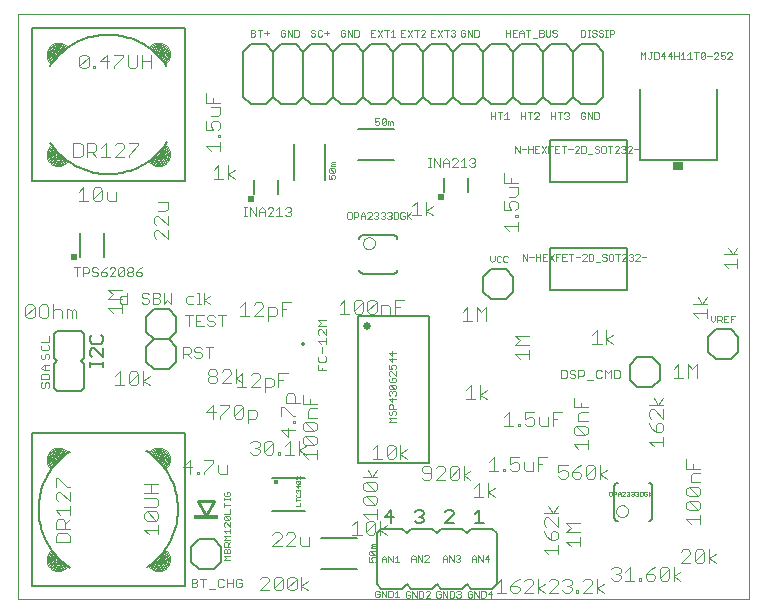
<source format=gto>
G75*
%MOIN*%
%OFA0B0*%
%FSLAX24Y24*%
%IPPOS*%
%LPD*%
%AMOC8*
5,1,8,0,0,1.08239X$1,22.5*
%
%ADD10C,0.0000*%
%ADD11C,0.0020*%
%ADD12C,0.0030*%
%ADD13C,0.0040*%
%ADD14C,0.0060*%
%ADD15C,0.0080*%
%ADD16R,0.0340X0.0300*%
%ADD17C,0.0050*%
%ADD18C,0.0138*%
%ADD19C,0.0157*%
%ADD20C,0.0010*%
%ADD21R,0.0220X0.0200*%
%ADD22R,0.0200X0.0200*%
%ADD23C,0.0100*%
%ADD24R,0.0827X0.0118*%
%ADD25C,0.0263*%
D10*
X000630Y000630D02*
X000630Y020126D01*
X025000Y020126D01*
X025000Y000630D01*
X000630Y000630D01*
D11*
X007474Y001942D02*
X007548Y002016D01*
X007474Y002089D01*
X007695Y002089D01*
X007695Y002163D02*
X007695Y002273D01*
X007658Y002310D01*
X007621Y002310D01*
X007585Y002273D01*
X007585Y002163D01*
X007695Y002163D02*
X007474Y002163D01*
X007474Y002273D01*
X007511Y002310D01*
X007548Y002310D01*
X007585Y002273D01*
X007621Y002384D02*
X007621Y002494D01*
X007585Y002531D01*
X007511Y002531D01*
X007474Y002494D01*
X007474Y002384D01*
X007695Y002384D01*
X007621Y002458D02*
X007695Y002531D01*
X007695Y002605D02*
X007474Y002605D01*
X007548Y002679D01*
X007474Y002752D01*
X007695Y002752D01*
X007695Y002826D02*
X007695Y002973D01*
X007695Y002900D02*
X007474Y002900D01*
X007548Y002826D01*
X007511Y003047D02*
X007474Y003084D01*
X007474Y003157D01*
X007511Y003194D01*
X007548Y003194D01*
X007695Y003047D01*
X007695Y003194D01*
X007658Y003268D02*
X007511Y003415D01*
X007658Y003415D01*
X007695Y003378D01*
X007695Y003305D01*
X007658Y003268D01*
X007511Y003268D01*
X007474Y003305D01*
X007474Y003378D01*
X007511Y003415D01*
X007474Y003489D02*
X007695Y003489D01*
X007695Y003636D01*
X007695Y003783D02*
X007474Y003783D01*
X007474Y003710D02*
X007474Y003857D01*
X007474Y003931D02*
X007474Y004004D01*
X007474Y003968D02*
X007695Y003968D01*
X007695Y004004D02*
X007695Y003931D01*
X007658Y004078D02*
X007695Y004115D01*
X007695Y004188D01*
X007658Y004225D01*
X007585Y004225D01*
X007585Y004152D01*
X007658Y004078D02*
X007511Y004078D01*
X007474Y004115D01*
X007474Y004188D01*
X007511Y004225D01*
X007474Y001942D02*
X007695Y001942D01*
X012330Y001887D02*
X012440Y001887D01*
X012403Y001960D01*
X012403Y001997D01*
X012440Y002034D01*
X012513Y002034D01*
X012550Y001997D01*
X012550Y001924D01*
X012513Y001887D01*
X012330Y001887D02*
X012330Y002034D01*
X012367Y002108D02*
X012330Y002145D01*
X012330Y002218D01*
X012367Y002255D01*
X012513Y002108D01*
X012550Y002145D01*
X012550Y002218D01*
X012513Y002255D01*
X012367Y002255D01*
X012403Y002329D02*
X012403Y002366D01*
X012440Y002402D01*
X012403Y002439D01*
X012440Y002476D01*
X012550Y002476D01*
X012550Y002402D02*
X012440Y002402D01*
X012403Y002329D02*
X012550Y002329D01*
X012513Y002108D02*
X012367Y002108D01*
X012747Y002007D02*
X012820Y002080D01*
X012894Y002007D01*
X012894Y001860D01*
X012968Y001860D02*
X012968Y002080D01*
X013115Y001860D01*
X013115Y002080D01*
X013189Y002007D02*
X013262Y002080D01*
X013262Y001860D01*
X013189Y001860D02*
X013336Y001860D01*
X012894Y001970D02*
X012747Y001970D01*
X012747Y002007D02*
X012747Y001860D01*
X013727Y001880D02*
X013727Y002027D01*
X013800Y002100D01*
X013874Y002027D01*
X013874Y001880D01*
X013948Y001880D02*
X013948Y002100D01*
X014095Y001880D01*
X014095Y002100D01*
X014169Y002063D02*
X014206Y002100D01*
X014279Y002100D01*
X014316Y002063D01*
X014316Y002027D01*
X014169Y001880D01*
X014316Y001880D01*
X013874Y001990D02*
X013727Y001990D01*
X014777Y001990D02*
X014924Y001990D01*
X014924Y002027D02*
X014924Y001880D01*
X014998Y001880D02*
X014998Y002100D01*
X015145Y001880D01*
X015145Y002100D01*
X015219Y002063D02*
X015256Y002100D01*
X015329Y002100D01*
X015366Y002063D01*
X015366Y002027D01*
X015329Y001990D01*
X015366Y001953D01*
X015366Y001917D01*
X015329Y001880D01*
X015256Y001880D01*
X015219Y001917D01*
X015292Y001990D02*
X015329Y001990D01*
X014924Y002027D02*
X014850Y002100D01*
X014777Y002027D01*
X014777Y001880D01*
X015747Y001880D02*
X015747Y002027D01*
X015820Y002100D01*
X015894Y002027D01*
X015894Y001880D01*
X015968Y001880D02*
X015968Y002100D01*
X016115Y001880D01*
X016115Y002100D01*
X016189Y001990D02*
X016336Y001990D01*
X016299Y001880D02*
X016299Y002100D01*
X016189Y001990D01*
X015894Y001990D02*
X015747Y001990D01*
X015726Y000910D02*
X015653Y000910D01*
X015616Y000873D01*
X015616Y000727D01*
X015653Y000690D01*
X015726Y000690D01*
X015763Y000727D01*
X015763Y000800D01*
X015689Y000800D01*
X015763Y000873D02*
X015726Y000910D01*
X015837Y000910D02*
X015984Y000690D01*
X015984Y000910D01*
X016058Y000910D02*
X016168Y000910D01*
X016205Y000873D01*
X016205Y000727D01*
X016168Y000690D01*
X016058Y000690D01*
X016058Y000910D01*
X015837Y000910D02*
X015837Y000690D01*
X016279Y000800D02*
X016426Y000800D01*
X016389Y000690D02*
X016389Y000910D01*
X016279Y000800D01*
X015376Y000763D02*
X015376Y000727D01*
X015339Y000690D01*
X015266Y000690D01*
X015229Y000727D01*
X015155Y000727D02*
X015155Y000873D01*
X015118Y000910D01*
X015008Y000910D01*
X015008Y000690D01*
X015118Y000690D01*
X015155Y000727D01*
X015229Y000873D02*
X015266Y000910D01*
X015339Y000910D01*
X015376Y000873D01*
X015376Y000837D01*
X015339Y000800D01*
X015376Y000763D01*
X015339Y000800D02*
X015302Y000800D01*
X014934Y000690D02*
X014934Y000910D01*
X014787Y000910D02*
X014934Y000690D01*
X014787Y000690D02*
X014787Y000910D01*
X014713Y000873D02*
X014676Y000910D01*
X014603Y000910D01*
X014566Y000873D01*
X014566Y000727D01*
X014603Y000690D01*
X014676Y000690D01*
X014713Y000727D01*
X014713Y000800D01*
X014639Y000800D01*
X014356Y000827D02*
X014356Y000863D01*
X014319Y000900D01*
X014246Y000900D01*
X014209Y000863D01*
X014135Y000863D02*
X014135Y000717D01*
X014098Y000680D01*
X013988Y000680D01*
X013988Y000900D01*
X014098Y000900D01*
X014135Y000863D01*
X014209Y000680D02*
X014356Y000827D01*
X014356Y000680D02*
X014209Y000680D01*
X013914Y000680D02*
X013914Y000900D01*
X013767Y000900D02*
X013767Y000680D01*
X013693Y000717D02*
X013693Y000790D01*
X013619Y000790D01*
X013546Y000717D02*
X013583Y000680D01*
X013656Y000680D01*
X013693Y000717D01*
X013693Y000863D02*
X013656Y000900D01*
X013583Y000900D01*
X013546Y000863D01*
X013546Y000717D01*
X013336Y000700D02*
X013189Y000700D01*
X013262Y000700D02*
X013262Y000920D01*
X013189Y000847D01*
X013115Y000883D02*
X013115Y000737D01*
X013078Y000700D01*
X012968Y000700D01*
X012968Y000920D01*
X013078Y000920D01*
X013115Y000883D01*
X012894Y000920D02*
X012894Y000700D01*
X012747Y000920D01*
X012747Y000700D01*
X012673Y000737D02*
X012673Y000810D01*
X012599Y000810D01*
X012526Y000737D02*
X012563Y000700D01*
X012636Y000700D01*
X012673Y000737D01*
X012673Y000883D02*
X012636Y000920D01*
X012563Y000920D01*
X012526Y000883D01*
X012526Y000737D01*
X013767Y000900D02*
X013914Y000680D01*
X020317Y004103D02*
X020340Y004080D01*
X020387Y004080D01*
X020410Y004103D01*
X020410Y004197D01*
X020387Y004220D01*
X020340Y004220D01*
X020317Y004197D01*
X020317Y004103D01*
X020464Y004080D02*
X020464Y004220D01*
X020534Y004220D01*
X020557Y004197D01*
X020557Y004150D01*
X020534Y004127D01*
X020464Y004127D01*
X020611Y004150D02*
X020705Y004150D01*
X020705Y004173D02*
X020705Y004080D01*
X020759Y004080D02*
X020852Y004173D01*
X020852Y004197D01*
X020829Y004220D01*
X020782Y004220D01*
X020759Y004197D01*
X020705Y004173D02*
X020658Y004220D01*
X020611Y004173D01*
X020611Y004080D01*
X020759Y004080D02*
X020852Y004080D01*
X020906Y004103D02*
X020929Y004080D01*
X020976Y004080D01*
X020999Y004103D01*
X020999Y004127D01*
X020976Y004150D01*
X020953Y004150D01*
X020976Y004150D02*
X020999Y004173D01*
X020999Y004197D01*
X020976Y004220D01*
X020929Y004220D01*
X020906Y004197D01*
X021053Y004197D02*
X021077Y004220D01*
X021123Y004220D01*
X021147Y004197D01*
X021147Y004173D01*
X021123Y004150D01*
X021100Y004150D01*
X021123Y004150D02*
X021147Y004127D01*
X021147Y004103D01*
X021123Y004080D01*
X021077Y004080D01*
X021053Y004103D01*
X021201Y004103D02*
X021224Y004080D01*
X021271Y004080D01*
X021294Y004103D01*
X021294Y004127D01*
X021271Y004150D01*
X021247Y004150D01*
X021271Y004150D02*
X021294Y004173D01*
X021294Y004197D01*
X021271Y004220D01*
X021224Y004220D01*
X021201Y004197D01*
X021348Y004220D02*
X021418Y004220D01*
X021441Y004197D01*
X021441Y004103D01*
X021418Y004080D01*
X021348Y004080D01*
X021348Y004220D01*
X021495Y004197D02*
X021495Y004103D01*
X021519Y004080D01*
X021565Y004080D01*
X021589Y004103D01*
X021589Y004150D01*
X021542Y004150D01*
X021495Y004197D02*
X021519Y004220D01*
X021565Y004220D01*
X021589Y004197D01*
X021643Y004220D02*
X021643Y004080D01*
X021643Y004127D02*
X021736Y004220D01*
X021666Y004150D02*
X021736Y004080D01*
X020561Y003569D02*
X020563Y003596D01*
X020569Y003623D01*
X020578Y003649D01*
X020591Y003673D01*
X020607Y003696D01*
X020626Y003715D01*
X020648Y003732D01*
X020672Y003746D01*
X020697Y003756D01*
X020724Y003763D01*
X020751Y003766D01*
X020779Y003765D01*
X020806Y003760D01*
X020832Y003752D01*
X020856Y003740D01*
X020879Y003724D01*
X020900Y003706D01*
X020917Y003685D01*
X020932Y003661D01*
X020943Y003636D01*
X020951Y003610D01*
X020955Y003583D01*
X020955Y003555D01*
X020951Y003528D01*
X020943Y003502D01*
X020932Y003477D01*
X020917Y003453D01*
X020900Y003432D01*
X020879Y003414D01*
X020857Y003398D01*
X020832Y003386D01*
X020806Y003378D01*
X020779Y003373D01*
X020751Y003372D01*
X020724Y003375D01*
X020697Y003382D01*
X020672Y003392D01*
X020648Y003406D01*
X020626Y003423D01*
X020607Y003442D01*
X020591Y003465D01*
X020578Y003489D01*
X020569Y003515D01*
X020563Y003542D01*
X020561Y003569D01*
X013210Y006539D02*
X012990Y006539D01*
X013063Y006613D01*
X012990Y006686D01*
X013210Y006686D01*
X013173Y006760D02*
X013210Y006797D01*
X013210Y006870D01*
X013173Y006907D01*
X013137Y006907D01*
X013100Y006870D01*
X013100Y006797D01*
X013063Y006760D01*
X013027Y006760D01*
X012990Y006797D01*
X012990Y006870D01*
X013027Y006907D01*
X012990Y006981D02*
X012990Y007091D01*
X013027Y007128D01*
X013100Y007128D01*
X013137Y007091D01*
X013137Y006981D01*
X013210Y006981D02*
X012990Y006981D01*
X013100Y007202D02*
X013100Y007349D01*
X013173Y007423D02*
X013210Y007460D01*
X013210Y007533D01*
X013173Y007570D01*
X013137Y007570D01*
X013100Y007533D01*
X013100Y007496D01*
X013100Y007533D02*
X013063Y007570D01*
X013027Y007570D01*
X012990Y007533D01*
X012990Y007460D01*
X013027Y007423D01*
X012990Y007312D02*
X013100Y007202D01*
X013210Y007312D02*
X012990Y007312D01*
X013027Y007644D02*
X012990Y007681D01*
X012990Y007754D01*
X013027Y007791D01*
X013173Y007644D01*
X013210Y007681D01*
X013210Y007754D01*
X013173Y007791D01*
X013027Y007791D01*
X013027Y007865D02*
X013173Y007865D01*
X013210Y007902D01*
X013210Y007975D01*
X013173Y008012D01*
X013100Y008012D01*
X013100Y007938D01*
X013027Y007865D02*
X012990Y007902D01*
X012990Y007975D01*
X013027Y008012D01*
X013027Y008086D02*
X012990Y008123D01*
X012990Y008196D01*
X013027Y008233D01*
X013063Y008233D01*
X013210Y008086D01*
X013210Y008233D01*
X013173Y008307D02*
X013210Y008344D01*
X013210Y008417D01*
X013173Y008454D01*
X013100Y008454D01*
X013063Y008417D01*
X013063Y008380D01*
X013100Y008307D01*
X012990Y008307D01*
X012990Y008454D01*
X013100Y008528D02*
X013100Y008675D01*
X013100Y008749D02*
X013100Y008896D01*
X013210Y008859D02*
X012990Y008859D01*
X013100Y008749D01*
X013210Y008638D02*
X012990Y008638D01*
X013100Y008528D01*
X013173Y007644D02*
X013027Y007644D01*
X016433Y011860D02*
X016507Y011933D01*
X016507Y012080D01*
X016581Y012043D02*
X016581Y011897D01*
X016618Y011860D01*
X016691Y011860D01*
X016728Y011897D01*
X016802Y011897D02*
X016802Y012043D01*
X016839Y012080D01*
X016912Y012080D01*
X016949Y012043D01*
X016949Y011897D02*
X016912Y011860D01*
X016839Y011860D01*
X016802Y011897D01*
X016728Y012043D02*
X016691Y012080D01*
X016618Y012080D01*
X016581Y012043D01*
X016360Y012080D02*
X016360Y011933D01*
X016433Y011860D01*
X017441Y011920D02*
X017441Y012140D01*
X017588Y011920D01*
X017588Y012140D01*
X017662Y012030D02*
X017809Y012030D01*
X017883Y012030D02*
X018030Y012030D01*
X018104Y012030D02*
X018178Y012030D01*
X018104Y011920D02*
X018251Y011920D01*
X018325Y011920D02*
X018472Y012140D01*
X018546Y012140D02*
X018693Y012140D01*
X018767Y012140D02*
X018767Y011920D01*
X018914Y011920D01*
X018841Y012030D02*
X018767Y012030D01*
X018767Y012140D02*
X018914Y012140D01*
X018988Y012140D02*
X019135Y012140D01*
X019062Y012140D02*
X019062Y011920D01*
X019209Y012030D02*
X019356Y012030D01*
X019430Y012103D02*
X019467Y012140D01*
X019540Y012140D01*
X019577Y012103D01*
X019577Y012067D01*
X019430Y011920D01*
X019577Y011920D01*
X019651Y011920D02*
X019651Y012140D01*
X019761Y012140D01*
X019798Y012103D01*
X019798Y011957D01*
X019761Y011920D01*
X019651Y011920D01*
X019872Y011883D02*
X020019Y011883D01*
X020093Y011957D02*
X020130Y011920D01*
X020203Y011920D01*
X020240Y011957D01*
X020240Y011993D01*
X020203Y012030D01*
X020130Y012030D01*
X020093Y012067D01*
X020093Y012103D01*
X020130Y012140D01*
X020203Y012140D01*
X020240Y012103D01*
X020314Y012103D02*
X020314Y011957D01*
X020351Y011920D01*
X020424Y011920D01*
X020461Y011957D01*
X020461Y012103D01*
X020424Y012140D01*
X020351Y012140D01*
X020314Y012103D01*
X020535Y012140D02*
X020682Y012140D01*
X020608Y012140D02*
X020608Y011920D01*
X020756Y011920D02*
X020903Y012067D01*
X020903Y012103D01*
X020866Y012140D01*
X020793Y012140D01*
X020756Y012103D01*
X020756Y011920D02*
X020903Y011920D01*
X020977Y011957D02*
X021014Y011920D01*
X021087Y011920D01*
X021124Y011957D01*
X021124Y011993D01*
X021087Y012030D01*
X021050Y012030D01*
X021087Y012030D02*
X021124Y012067D01*
X021124Y012103D01*
X021087Y012140D01*
X021014Y012140D01*
X020977Y012103D01*
X021198Y012103D02*
X021235Y012140D01*
X021308Y012140D01*
X021345Y012103D01*
X021345Y012067D01*
X021198Y011920D01*
X021345Y011920D01*
X021419Y012030D02*
X021566Y012030D01*
X023710Y010080D02*
X023710Y009933D01*
X023783Y009860D01*
X023857Y009933D01*
X023857Y010080D01*
X023931Y010080D02*
X024041Y010080D01*
X024078Y010043D01*
X024078Y009970D01*
X024041Y009933D01*
X023931Y009933D01*
X023931Y009860D02*
X023931Y010080D01*
X024004Y009933D02*
X024078Y009860D01*
X024152Y009860D02*
X024299Y009860D01*
X024373Y009860D02*
X024373Y010080D01*
X024520Y010080D01*
X024446Y009970D02*
X024373Y009970D01*
X024299Y010080D02*
X024152Y010080D01*
X024152Y009860D01*
X024152Y009970D02*
X024225Y009970D01*
X018620Y012030D02*
X018546Y012030D01*
X018546Y011920D02*
X018546Y012140D01*
X018325Y012140D02*
X018472Y011920D01*
X018251Y012140D02*
X018104Y012140D01*
X018104Y011920D01*
X018030Y011920D02*
X018030Y012140D01*
X017883Y012140D02*
X017883Y011920D01*
X013736Y013310D02*
X013626Y013420D01*
X013589Y013383D02*
X013736Y013530D01*
X013589Y013530D02*
X013589Y013310D01*
X013515Y013347D02*
X013515Y013420D01*
X013441Y013420D01*
X013368Y013347D02*
X013405Y013310D01*
X013478Y013310D01*
X013515Y013347D01*
X013515Y013493D02*
X013478Y013530D01*
X013405Y013530D01*
X013368Y013493D01*
X013368Y013347D01*
X013294Y013347D02*
X013294Y013493D01*
X013257Y013530D01*
X013147Y013530D01*
X013147Y013310D01*
X013257Y013310D01*
X013294Y013347D01*
X013073Y013347D02*
X013073Y013383D01*
X013036Y013420D01*
X012999Y013420D01*
X013036Y013420D02*
X013073Y013457D01*
X013073Y013493D01*
X013036Y013530D01*
X012963Y013530D01*
X012926Y013493D01*
X012852Y013493D02*
X012852Y013457D01*
X012815Y013420D01*
X012852Y013383D01*
X012852Y013347D01*
X012815Y013310D01*
X012742Y013310D01*
X012705Y013347D01*
X012631Y013347D02*
X012594Y013310D01*
X012521Y013310D01*
X012484Y013347D01*
X012410Y013310D02*
X012263Y013310D01*
X012410Y013457D01*
X012410Y013493D01*
X012373Y013530D01*
X012300Y013530D01*
X012263Y013493D01*
X012189Y013457D02*
X012189Y013310D01*
X012189Y013420D02*
X012042Y013420D01*
X012042Y013457D02*
X012115Y013530D01*
X012189Y013457D01*
X012042Y013457D02*
X012042Y013310D01*
X011968Y013420D02*
X011931Y013383D01*
X011821Y013383D01*
X011821Y013310D02*
X011821Y013530D01*
X011931Y013530D01*
X011968Y013493D01*
X011968Y013420D01*
X011747Y013347D02*
X011747Y013493D01*
X011710Y013530D01*
X011637Y013530D01*
X011600Y013493D01*
X011600Y013347D01*
X011637Y013310D01*
X011710Y013310D01*
X011747Y013347D01*
X012484Y013493D02*
X012521Y013530D01*
X012594Y013530D01*
X012631Y013493D01*
X012631Y013457D01*
X012594Y013420D01*
X012631Y013383D01*
X012631Y013347D01*
X012594Y013420D02*
X012557Y013420D01*
X012705Y013493D02*
X012742Y013530D01*
X012815Y013530D01*
X012852Y013493D01*
X012815Y013420D02*
X012778Y013420D01*
X012926Y013347D02*
X012963Y013310D01*
X013036Y013310D01*
X013073Y013347D01*
X012122Y012502D02*
X012124Y012529D01*
X012130Y012556D01*
X012139Y012582D01*
X012152Y012606D01*
X012168Y012629D01*
X012187Y012648D01*
X012209Y012665D01*
X012233Y012679D01*
X012258Y012689D01*
X012285Y012696D01*
X012312Y012699D01*
X012340Y012698D01*
X012367Y012693D01*
X012393Y012685D01*
X012417Y012673D01*
X012440Y012657D01*
X012461Y012639D01*
X012478Y012618D01*
X012493Y012594D01*
X012504Y012569D01*
X012512Y012543D01*
X012516Y012516D01*
X012516Y012488D01*
X012512Y012461D01*
X012504Y012435D01*
X012493Y012410D01*
X012478Y012386D01*
X012461Y012365D01*
X012440Y012347D01*
X012418Y012331D01*
X012393Y012319D01*
X012367Y012311D01*
X012340Y012306D01*
X012312Y012305D01*
X012285Y012308D01*
X012258Y012315D01*
X012233Y012325D01*
X012209Y012339D01*
X012187Y012356D01*
X012168Y012375D01*
X012152Y012398D01*
X012139Y012422D01*
X012130Y012448D01*
X012124Y012475D01*
X012122Y012502D01*
X011163Y014630D02*
X011200Y014667D01*
X011200Y014740D01*
X011163Y014777D01*
X011090Y014777D01*
X011053Y014740D01*
X011053Y014703D01*
X011090Y014630D01*
X010980Y014630D01*
X010980Y014777D01*
X011017Y014851D02*
X010980Y014888D01*
X010980Y014961D01*
X011017Y014998D01*
X011163Y014851D01*
X011200Y014888D01*
X011200Y014961D01*
X011163Y014998D01*
X011017Y014998D01*
X011053Y015072D02*
X011053Y015109D01*
X011090Y015145D01*
X011053Y015182D01*
X011090Y015219D01*
X011200Y015219D01*
X011200Y015145D02*
X011090Y015145D01*
X011053Y015072D02*
X011200Y015072D01*
X011163Y014851D02*
X011017Y014851D01*
X012554Y016440D02*
X012517Y016477D01*
X012554Y016440D02*
X012627Y016440D01*
X012664Y016477D01*
X012664Y016550D01*
X012627Y016587D01*
X012590Y016587D01*
X012517Y016550D01*
X012517Y016660D01*
X012664Y016660D01*
X012738Y016623D02*
X012775Y016660D01*
X012848Y016660D01*
X012885Y016623D01*
X012738Y016477D01*
X012775Y016440D01*
X012848Y016440D01*
X012885Y016477D01*
X012885Y016623D01*
X012959Y016587D02*
X012996Y016587D01*
X013032Y016550D01*
X013069Y016587D01*
X013106Y016550D01*
X013106Y016440D01*
X013032Y016440D02*
X013032Y016550D01*
X012959Y016587D02*
X012959Y016440D01*
X012738Y016477D02*
X012738Y016623D01*
X012758Y019390D02*
X012611Y019610D01*
X012537Y019610D02*
X012390Y019610D01*
X012390Y019390D01*
X012537Y019390D01*
X012611Y019390D02*
X012758Y019610D01*
X012832Y019610D02*
X012979Y019610D01*
X012905Y019610D02*
X012905Y019390D01*
X013053Y019390D02*
X013200Y019390D01*
X013126Y019390D02*
X013126Y019610D01*
X013053Y019537D01*
X013390Y019500D02*
X013463Y019500D01*
X013390Y019390D02*
X013537Y019390D01*
X013611Y019390D02*
X013758Y019610D01*
X013832Y019610D02*
X013979Y019610D01*
X013905Y019610D02*
X013905Y019390D01*
X013758Y019390D02*
X013611Y019610D01*
X013537Y019610D02*
X013390Y019610D01*
X013390Y019390D01*
X014053Y019390D02*
X014200Y019537D01*
X014200Y019573D01*
X014163Y019610D01*
X014090Y019610D01*
X014053Y019573D01*
X014053Y019390D02*
X014200Y019390D01*
X014390Y019390D02*
X014537Y019390D01*
X014611Y019390D02*
X014758Y019610D01*
X014832Y019610D02*
X014979Y019610D01*
X014905Y019610D02*
X014905Y019390D01*
X014758Y019390D02*
X014611Y019610D01*
X014537Y019610D02*
X014390Y019610D01*
X014390Y019390D01*
X014390Y019500D02*
X014463Y019500D01*
X015053Y019427D02*
X015090Y019390D01*
X015163Y019390D01*
X015200Y019427D01*
X015200Y019463D01*
X015163Y019500D01*
X015126Y019500D01*
X015163Y019500D02*
X015200Y019537D01*
X015200Y019573D01*
X015163Y019610D01*
X015090Y019610D01*
X015053Y019573D01*
X015390Y019573D02*
X015390Y019427D01*
X015427Y019390D01*
X015500Y019390D01*
X015537Y019427D01*
X015537Y019500D01*
X015463Y019500D01*
X015390Y019573D02*
X015427Y019610D01*
X015500Y019610D01*
X015537Y019573D01*
X015611Y019610D02*
X015758Y019390D01*
X015758Y019610D01*
X015832Y019610D02*
X015942Y019610D01*
X015979Y019573D01*
X015979Y019427D01*
X015942Y019390D01*
X015832Y019390D01*
X015832Y019610D01*
X015611Y019610D02*
X015611Y019390D01*
X016890Y019390D02*
X016890Y019610D01*
X016890Y019500D02*
X017037Y019500D01*
X017111Y019500D02*
X017184Y019500D01*
X017111Y019610D02*
X017111Y019390D01*
X017258Y019390D01*
X017332Y019390D02*
X017332Y019537D01*
X017405Y019610D01*
X017479Y019537D01*
X017479Y019390D01*
X017479Y019500D02*
X017332Y019500D01*
X017258Y019610D02*
X017111Y019610D01*
X017037Y019610D02*
X017037Y019390D01*
X017553Y019610D02*
X017700Y019610D01*
X017626Y019610D02*
X017626Y019390D01*
X017774Y019353D02*
X017921Y019353D01*
X017995Y019390D02*
X018105Y019390D01*
X018142Y019427D01*
X018142Y019463D01*
X018105Y019500D01*
X017995Y019500D01*
X017995Y019390D02*
X017995Y019610D01*
X018105Y019610D01*
X018142Y019573D01*
X018142Y019537D01*
X018105Y019500D01*
X018216Y019427D02*
X018216Y019610D01*
X018363Y019610D02*
X018363Y019427D01*
X018326Y019390D01*
X018253Y019390D01*
X018216Y019427D01*
X018437Y019427D02*
X018474Y019390D01*
X018547Y019390D01*
X018584Y019427D01*
X018584Y019463D01*
X018547Y019500D01*
X018474Y019500D01*
X018437Y019537D01*
X018437Y019573D01*
X018474Y019610D01*
X018547Y019610D01*
X018584Y019573D01*
X019390Y019610D02*
X019390Y019390D01*
X019500Y019390D01*
X019537Y019427D01*
X019537Y019573D01*
X019500Y019610D01*
X019390Y019610D01*
X019611Y019610D02*
X019684Y019610D01*
X019648Y019610D02*
X019648Y019390D01*
X019684Y019390D02*
X019611Y019390D01*
X019758Y019427D02*
X019795Y019390D01*
X019868Y019390D01*
X019905Y019427D01*
X019905Y019463D01*
X019868Y019500D01*
X019795Y019500D01*
X019758Y019537D01*
X019758Y019573D01*
X019795Y019610D01*
X019868Y019610D01*
X019905Y019573D01*
X019979Y019573D02*
X019979Y019537D01*
X020016Y019500D01*
X020089Y019500D01*
X020126Y019463D01*
X020126Y019427D01*
X020089Y019390D01*
X020016Y019390D01*
X019979Y019427D01*
X019979Y019573D02*
X020016Y019610D01*
X020089Y019610D01*
X020126Y019573D01*
X020200Y019610D02*
X020274Y019610D01*
X020237Y019610D02*
X020237Y019390D01*
X020200Y019390D02*
X020274Y019390D01*
X020348Y019390D02*
X020348Y019610D01*
X020458Y019610D01*
X020494Y019573D01*
X020494Y019500D01*
X020458Y019463D01*
X020348Y019463D01*
X021390Y018860D02*
X021463Y018787D01*
X021537Y018860D01*
X021537Y018640D01*
X021611Y018677D02*
X021648Y018640D01*
X021684Y018640D01*
X021721Y018677D01*
X021721Y018860D01*
X021684Y018860D02*
X021758Y018860D01*
X021832Y018860D02*
X021942Y018860D01*
X021979Y018823D01*
X021979Y018677D01*
X021942Y018640D01*
X021832Y018640D01*
X021832Y018860D01*
X022053Y018750D02*
X022200Y018750D01*
X022274Y018750D02*
X022421Y018750D01*
X022495Y018750D02*
X022642Y018750D01*
X022716Y018787D02*
X022789Y018860D01*
X022789Y018640D01*
X022716Y018640D02*
X022863Y018640D01*
X022937Y018640D02*
X023084Y018640D01*
X023010Y018640D02*
X023010Y018860D01*
X022937Y018787D01*
X023158Y018860D02*
X023305Y018860D01*
X023231Y018860D02*
X023231Y018640D01*
X023379Y018677D02*
X023526Y018823D01*
X023526Y018677D01*
X023489Y018640D01*
X023416Y018640D01*
X023379Y018677D01*
X023379Y018823D01*
X023416Y018860D01*
X023489Y018860D01*
X023526Y018823D01*
X023600Y018750D02*
X023747Y018750D01*
X023821Y018823D02*
X023858Y018860D01*
X023931Y018860D01*
X023968Y018823D01*
X023968Y018787D01*
X023821Y018640D01*
X023968Y018640D01*
X024042Y018677D02*
X024079Y018640D01*
X024152Y018640D01*
X024189Y018677D01*
X024189Y018750D01*
X024152Y018787D01*
X024115Y018787D01*
X024042Y018750D01*
X024042Y018860D01*
X024189Y018860D01*
X024263Y018823D02*
X024300Y018860D01*
X024373Y018860D01*
X024410Y018823D01*
X024410Y018787D01*
X024263Y018640D01*
X024410Y018640D01*
X022642Y018640D02*
X022642Y018860D01*
X022495Y018860D02*
X022495Y018640D01*
X022384Y018640D02*
X022384Y018860D01*
X022274Y018750D01*
X022163Y018640D02*
X022163Y018860D01*
X022053Y018750D01*
X021390Y018640D02*
X021390Y018860D01*
X019942Y016860D02*
X019832Y016860D01*
X019832Y016640D01*
X019942Y016640D01*
X019979Y016677D01*
X019979Y016823D01*
X019942Y016860D01*
X019758Y016860D02*
X019758Y016640D01*
X019611Y016860D01*
X019611Y016640D01*
X019537Y016677D02*
X019537Y016750D01*
X019463Y016750D01*
X019390Y016677D02*
X019427Y016640D01*
X019500Y016640D01*
X019537Y016677D01*
X019537Y016823D02*
X019500Y016860D01*
X019427Y016860D01*
X019390Y016823D01*
X019390Y016677D01*
X018979Y016677D02*
X018942Y016640D01*
X018869Y016640D01*
X018832Y016677D01*
X018905Y016750D02*
X018942Y016750D01*
X018979Y016713D01*
X018979Y016677D01*
X018942Y016750D02*
X018979Y016787D01*
X018979Y016823D01*
X018942Y016860D01*
X018869Y016860D01*
X018832Y016823D01*
X018758Y016860D02*
X018611Y016860D01*
X018684Y016860D02*
X018684Y016640D01*
X018537Y016640D02*
X018537Y016860D01*
X018537Y016750D02*
X018390Y016750D01*
X018390Y016640D02*
X018390Y016860D01*
X017979Y016823D02*
X017979Y016787D01*
X017832Y016640D01*
X017979Y016640D01*
X017979Y016823D02*
X017942Y016860D01*
X017869Y016860D01*
X017832Y016823D01*
X017758Y016860D02*
X017611Y016860D01*
X017684Y016860D02*
X017684Y016640D01*
X017537Y016640D02*
X017537Y016860D01*
X017537Y016750D02*
X017390Y016750D01*
X017390Y016640D02*
X017390Y016860D01*
X016979Y016640D02*
X016832Y016640D01*
X016905Y016640D02*
X016905Y016860D01*
X016832Y016787D01*
X016758Y016860D02*
X016611Y016860D01*
X016684Y016860D02*
X016684Y016640D01*
X016537Y016640D02*
X016537Y016860D01*
X016537Y016750D02*
X016390Y016750D01*
X016390Y016640D02*
X016390Y016860D01*
X017191Y015740D02*
X017338Y015520D01*
X017338Y015740D01*
X017412Y015630D02*
X017559Y015630D01*
X017633Y015630D02*
X017780Y015630D01*
X017854Y015630D02*
X017928Y015630D01*
X017854Y015520D02*
X018001Y015520D01*
X018075Y015520D02*
X018222Y015740D01*
X018296Y015740D02*
X018296Y015520D01*
X018222Y015520D02*
X018075Y015740D01*
X018001Y015740D02*
X017854Y015740D01*
X017854Y015520D01*
X017780Y015520D02*
X017780Y015740D01*
X017633Y015740D02*
X017633Y015520D01*
X017191Y015520D02*
X017191Y015740D01*
X018296Y015740D02*
X018443Y015740D01*
X018517Y015740D02*
X018517Y015520D01*
X018664Y015520D01*
X018591Y015630D02*
X018517Y015630D01*
X018517Y015740D02*
X018664Y015740D01*
X018738Y015740D02*
X018885Y015740D01*
X018812Y015740D02*
X018812Y015520D01*
X018959Y015630D02*
X019106Y015630D01*
X019180Y015703D02*
X019217Y015740D01*
X019290Y015740D01*
X019327Y015703D01*
X019327Y015667D01*
X019180Y015520D01*
X019327Y015520D01*
X019401Y015520D02*
X019511Y015520D01*
X019548Y015557D01*
X019548Y015703D01*
X019511Y015740D01*
X019401Y015740D01*
X019401Y015520D01*
X019622Y015483D02*
X019769Y015483D01*
X019843Y015557D02*
X019880Y015520D01*
X019953Y015520D01*
X019990Y015557D01*
X019990Y015593D01*
X019953Y015630D01*
X019880Y015630D01*
X019843Y015667D01*
X019843Y015703D01*
X019880Y015740D01*
X019953Y015740D01*
X019990Y015703D01*
X020064Y015703D02*
X020064Y015557D01*
X020101Y015520D01*
X020174Y015520D01*
X020211Y015557D01*
X020211Y015703D01*
X020174Y015740D01*
X020101Y015740D01*
X020064Y015703D01*
X020285Y015740D02*
X020432Y015740D01*
X020358Y015740D02*
X020358Y015520D01*
X020506Y015520D02*
X020653Y015667D01*
X020653Y015703D01*
X020616Y015740D01*
X020543Y015740D01*
X020506Y015703D01*
X020506Y015520D02*
X020653Y015520D01*
X020727Y015557D02*
X020764Y015520D01*
X020837Y015520D01*
X020874Y015557D01*
X020874Y015593D01*
X020837Y015630D01*
X020800Y015630D01*
X020837Y015630D02*
X020874Y015667D01*
X020874Y015703D01*
X020837Y015740D01*
X020764Y015740D01*
X020727Y015703D01*
X020948Y015703D02*
X020985Y015740D01*
X021058Y015740D01*
X021095Y015703D01*
X021095Y015667D01*
X020948Y015520D01*
X021095Y015520D01*
X021169Y015630D02*
X021316Y015630D01*
X018370Y015630D02*
X018296Y015630D01*
X012463Y019500D02*
X012390Y019500D01*
X011979Y019427D02*
X011979Y019573D01*
X011942Y019610D01*
X011832Y019610D01*
X011832Y019390D01*
X011942Y019390D01*
X011979Y019427D01*
X011758Y019390D02*
X011758Y019610D01*
X011611Y019610D02*
X011758Y019390D01*
X011611Y019390D02*
X011611Y019610D01*
X011537Y019573D02*
X011500Y019610D01*
X011427Y019610D01*
X011390Y019573D01*
X011390Y019427D01*
X011427Y019390D01*
X011500Y019390D01*
X011537Y019427D01*
X011537Y019500D01*
X011463Y019500D01*
X010979Y019500D02*
X010832Y019500D01*
X010905Y019573D02*
X010905Y019427D01*
X010758Y019427D02*
X010721Y019390D01*
X010648Y019390D01*
X010611Y019427D01*
X010611Y019573D01*
X010648Y019610D01*
X010721Y019610D01*
X010758Y019573D01*
X010537Y019573D02*
X010500Y019610D01*
X010427Y019610D01*
X010390Y019573D01*
X010390Y019537D01*
X010427Y019500D01*
X010500Y019500D01*
X010537Y019463D01*
X010537Y019427D01*
X010500Y019390D01*
X010427Y019390D01*
X010390Y019427D01*
X009979Y019427D02*
X009979Y019573D01*
X009942Y019610D01*
X009832Y019610D01*
X009832Y019390D01*
X009942Y019390D01*
X009979Y019427D01*
X009758Y019390D02*
X009758Y019610D01*
X009611Y019610D02*
X009758Y019390D01*
X009611Y019390D02*
X009611Y019610D01*
X009537Y019573D02*
X009500Y019610D01*
X009427Y019610D01*
X009390Y019573D01*
X009390Y019427D01*
X009427Y019390D01*
X009500Y019390D01*
X009537Y019427D01*
X009537Y019500D01*
X009463Y019500D01*
X008979Y019500D02*
X008832Y019500D01*
X008905Y019573D02*
X008905Y019427D01*
X008684Y019390D02*
X008684Y019610D01*
X008611Y019610D02*
X008758Y019610D01*
X008537Y019573D02*
X008537Y019537D01*
X008500Y019500D01*
X008390Y019500D01*
X008390Y019390D02*
X008390Y019610D01*
X008500Y019610D01*
X008537Y019573D01*
X008500Y019500D02*
X008537Y019463D01*
X008537Y019427D01*
X008500Y019390D01*
X008390Y019390D01*
D12*
X014295Y015335D02*
X014392Y015335D01*
X014344Y015335D02*
X014344Y015045D01*
X014392Y015045D02*
X014295Y015045D01*
X014492Y015045D02*
X014492Y015335D01*
X014685Y015045D01*
X014685Y015335D01*
X014786Y015238D02*
X014883Y015335D01*
X014980Y015238D01*
X014980Y015045D01*
X015081Y015045D02*
X015275Y015238D01*
X015275Y015287D01*
X015226Y015335D01*
X015129Y015335D01*
X015081Y015287D01*
X014980Y015190D02*
X014786Y015190D01*
X014786Y015238D02*
X014786Y015045D01*
X015081Y015045D02*
X015275Y015045D01*
X015376Y015045D02*
X015569Y015045D01*
X015472Y015045D02*
X015472Y015335D01*
X015376Y015238D01*
X015670Y015287D02*
X015719Y015335D01*
X015815Y015335D01*
X015864Y015287D01*
X015864Y015238D01*
X015815Y015190D01*
X015864Y015142D01*
X015864Y015093D01*
X015815Y015045D01*
X015719Y015045D01*
X015670Y015093D01*
X015767Y015190D02*
X015815Y015190D01*
X009724Y013647D02*
X009724Y013598D01*
X009675Y013550D01*
X009724Y013502D01*
X009724Y013453D01*
X009675Y013405D01*
X009578Y013405D01*
X009530Y013453D01*
X009429Y013405D02*
X009235Y013405D01*
X009332Y013405D02*
X009332Y013695D01*
X009235Y013598D01*
X009134Y013598D02*
X009134Y013647D01*
X009086Y013695D01*
X008989Y013695D01*
X008941Y013647D01*
X008840Y013598D02*
X008840Y013405D01*
X008941Y013405D02*
X009134Y013598D01*
X009134Y013405D02*
X008941Y013405D01*
X008840Y013550D02*
X008646Y013550D01*
X008646Y013598D02*
X008646Y013405D01*
X008545Y013405D02*
X008545Y013695D01*
X008646Y013598D02*
X008743Y013695D01*
X008840Y013598D01*
X008545Y013405D02*
X008351Y013695D01*
X008351Y013405D01*
X008252Y013405D02*
X008155Y013405D01*
X008203Y013405D02*
X008203Y013695D01*
X008155Y013695D02*
X008252Y013695D01*
X009530Y013647D02*
X009578Y013695D01*
X009675Y013695D01*
X009724Y013647D01*
X009675Y013550D02*
X009627Y013550D01*
X006828Y010855D02*
X006828Y010485D01*
X006706Y010485D02*
X006583Y010485D01*
X006644Y010485D02*
X006644Y010855D01*
X006583Y010855D01*
X006461Y010732D02*
X006276Y010732D01*
X006214Y010670D01*
X006214Y010547D01*
X006276Y010485D01*
X006461Y010485D01*
X006828Y010608D02*
X007013Y010732D01*
X006828Y010608D02*
X007013Y010485D01*
X006993Y010105D02*
X006932Y010044D01*
X006932Y009982D01*
X006993Y009920D01*
X007117Y009920D01*
X007179Y009858D01*
X007179Y009797D01*
X007117Y009735D01*
X006993Y009735D01*
X006932Y009797D01*
X006810Y009735D02*
X006563Y009735D01*
X006563Y010105D01*
X006810Y010105D01*
X006993Y010105D02*
X007117Y010105D01*
X007179Y010044D01*
X007300Y010105D02*
X007547Y010105D01*
X007423Y010105D02*
X007423Y009735D01*
X006687Y009920D02*
X006563Y009920D01*
X006442Y010105D02*
X006195Y010105D01*
X006318Y010105D02*
X006318Y009735D01*
X005724Y010485D02*
X005724Y010855D01*
X005478Y010855D02*
X005478Y010485D01*
X005601Y010608D01*
X005724Y010485D01*
X005356Y010547D02*
X005294Y010485D01*
X005109Y010485D01*
X005109Y010855D01*
X005294Y010855D01*
X005356Y010794D01*
X005356Y010732D01*
X005294Y010670D01*
X005109Y010670D01*
X004988Y010608D02*
X004988Y010547D01*
X004926Y010485D01*
X004803Y010485D01*
X004741Y010547D01*
X004803Y010670D02*
X004926Y010670D01*
X004988Y010608D01*
X004988Y010794D02*
X004926Y010855D01*
X004803Y010855D01*
X004741Y010794D01*
X004741Y010732D01*
X004803Y010670D01*
X005294Y010670D02*
X005356Y010608D01*
X005356Y010547D01*
X004703Y011405D02*
X004606Y011405D01*
X004558Y011453D01*
X004558Y011550D01*
X004703Y011550D01*
X004751Y011502D01*
X004751Y011453D01*
X004703Y011405D01*
X004558Y011550D02*
X004654Y011647D01*
X004751Y011695D01*
X004456Y011647D02*
X004456Y011598D01*
X004408Y011550D01*
X004311Y011550D01*
X004263Y011598D01*
X004263Y011647D01*
X004311Y011695D01*
X004408Y011695D01*
X004456Y011647D01*
X004408Y011550D02*
X004456Y011502D01*
X004456Y011453D01*
X004408Y011405D01*
X004311Y011405D01*
X004263Y011453D01*
X004263Y011502D01*
X004311Y011550D01*
X004162Y011647D02*
X004162Y011453D01*
X004113Y011405D01*
X004017Y011405D01*
X003968Y011453D01*
X004162Y011647D01*
X004113Y011695D01*
X004017Y011695D01*
X003968Y011647D01*
X003968Y011453D01*
X003867Y011405D02*
X003674Y011405D01*
X003867Y011598D01*
X003867Y011647D01*
X003819Y011695D01*
X003722Y011695D01*
X003674Y011647D01*
X003572Y011695D02*
X003476Y011647D01*
X003379Y011550D01*
X003524Y011550D01*
X003572Y011502D01*
X003572Y011453D01*
X003524Y011405D01*
X003427Y011405D01*
X003379Y011453D01*
X003379Y011550D01*
X003278Y011502D02*
X003278Y011453D01*
X003229Y011405D01*
X003133Y011405D01*
X003084Y011453D01*
X003133Y011550D02*
X003084Y011598D01*
X003084Y011647D01*
X003133Y011695D01*
X003229Y011695D01*
X003278Y011647D01*
X003229Y011550D02*
X003278Y011502D01*
X003229Y011550D02*
X003133Y011550D01*
X002983Y011550D02*
X002935Y011502D01*
X002790Y011502D01*
X002790Y011405D02*
X002790Y011695D01*
X002935Y011695D01*
X002983Y011647D01*
X002983Y011550D01*
X002688Y011695D02*
X002495Y011695D01*
X002592Y011695D02*
X002592Y011405D01*
X004004Y010670D02*
X004066Y010732D01*
X004251Y010732D01*
X004251Y010855D02*
X004251Y010485D01*
X004066Y010485D01*
X004004Y010547D01*
X004004Y010670D01*
X006135Y009045D02*
X006320Y009045D01*
X006382Y008984D01*
X006382Y008860D01*
X006320Y008798D01*
X006135Y008798D01*
X006135Y008675D02*
X006135Y009045D01*
X006258Y008798D02*
X006382Y008675D01*
X006503Y008737D02*
X006565Y008675D01*
X006688Y008675D01*
X006750Y008737D01*
X006750Y008798D01*
X006688Y008860D01*
X006565Y008860D01*
X006503Y008922D01*
X006503Y008984D01*
X006565Y009045D01*
X006688Y009045D01*
X006750Y008984D01*
X006872Y009045D02*
X007119Y009045D01*
X006995Y009045D02*
X006995Y008675D01*
X010611Y008701D02*
X010611Y008604D01*
X010660Y008556D01*
X010853Y008556D01*
X010901Y008604D01*
X010901Y008701D01*
X010853Y008750D01*
X010756Y008851D02*
X010756Y009044D01*
X010708Y009145D02*
X010611Y009242D01*
X010901Y009242D01*
X010901Y009145D02*
X010901Y009339D01*
X010901Y009440D02*
X010708Y009634D01*
X010660Y009634D01*
X010611Y009585D01*
X010611Y009488D01*
X010660Y009440D01*
X010901Y009440D02*
X010901Y009634D01*
X010901Y009735D02*
X010611Y009735D01*
X010708Y009831D01*
X010611Y009928D01*
X010901Y009928D01*
X010660Y008750D02*
X010611Y008701D01*
X010611Y008455D02*
X010611Y008261D01*
X010901Y008261D01*
X010756Y008261D02*
X010756Y008358D01*
X018712Y008285D02*
X018712Y007995D01*
X018858Y007995D01*
X018906Y008043D01*
X018906Y008237D01*
X018858Y008285D01*
X018712Y008285D01*
X019007Y008237D02*
X019007Y008188D01*
X019055Y008140D01*
X019152Y008140D01*
X019201Y008092D01*
X019201Y008043D01*
X019152Y007995D01*
X019055Y007995D01*
X019007Y008043D01*
X019007Y008237D02*
X019055Y008285D01*
X019152Y008285D01*
X019201Y008237D01*
X019302Y008285D02*
X019447Y008285D01*
X019495Y008237D01*
X019495Y008140D01*
X019447Y008092D01*
X019302Y008092D01*
X019302Y007995D02*
X019302Y008285D01*
X019596Y007947D02*
X019790Y007947D01*
X019891Y008043D02*
X019891Y008237D01*
X019939Y008285D01*
X020036Y008285D01*
X020085Y008237D01*
X020186Y008285D02*
X020186Y007995D01*
X020085Y008043D02*
X020036Y007995D01*
X019939Y007995D01*
X019891Y008043D01*
X020186Y008285D02*
X020282Y008188D01*
X020379Y008285D01*
X020379Y007995D01*
X020480Y007995D02*
X020625Y007995D01*
X020674Y008043D01*
X020674Y008237D01*
X020625Y008285D01*
X020480Y008285D01*
X020480Y007995D01*
X008072Y001277D02*
X008023Y001325D01*
X007927Y001325D01*
X007878Y001277D01*
X007878Y001083D01*
X007927Y001035D01*
X008023Y001035D01*
X008072Y001083D01*
X008072Y001180D01*
X007975Y001180D01*
X007777Y001180D02*
X007584Y001180D01*
X007482Y001083D02*
X007434Y001035D01*
X007337Y001035D01*
X007289Y001083D01*
X007289Y001277D01*
X007337Y001325D01*
X007434Y001325D01*
X007482Y001277D01*
X007584Y001325D02*
X007584Y001035D01*
X007777Y001035D02*
X007777Y001325D01*
X007188Y000987D02*
X006994Y000987D01*
X006796Y001035D02*
X006796Y001325D01*
X006700Y001325D02*
X006893Y001325D01*
X006598Y001277D02*
X006598Y001228D01*
X006550Y001180D01*
X006405Y001180D01*
X006405Y001035D02*
X006550Y001035D01*
X006598Y001083D01*
X006598Y001132D01*
X006550Y001180D01*
X006598Y001277D02*
X006550Y001325D01*
X006405Y001325D01*
X006405Y001035D01*
X001617Y007671D02*
X001665Y007719D01*
X001665Y007816D01*
X001617Y007865D01*
X001568Y007865D01*
X001520Y007816D01*
X001520Y007719D01*
X001472Y007671D01*
X001423Y007671D01*
X001375Y007719D01*
X001375Y007816D01*
X001423Y007865D01*
X001375Y007966D02*
X001375Y008111D01*
X001423Y008159D01*
X001617Y008159D01*
X001665Y008111D01*
X001665Y007966D01*
X001375Y007966D01*
X001472Y008260D02*
X001375Y008357D01*
X001472Y008454D01*
X001665Y008454D01*
X001520Y008454D02*
X001520Y008260D01*
X001472Y008260D02*
X001665Y008260D01*
X001617Y008631D02*
X001665Y008679D01*
X001665Y008776D01*
X001617Y008825D01*
X001568Y008825D01*
X001520Y008776D01*
X001520Y008679D01*
X001472Y008631D01*
X001423Y008631D01*
X001375Y008679D01*
X001375Y008776D01*
X001423Y008825D01*
X001423Y008926D02*
X001617Y008926D01*
X001665Y008974D01*
X001665Y009071D01*
X001617Y009119D01*
X001665Y009220D02*
X001665Y009414D01*
X001665Y009220D02*
X001375Y009220D01*
X001423Y009119D02*
X001375Y009071D01*
X001375Y008974D01*
X001423Y008926D01*
D13*
X001407Y010000D02*
X001561Y010000D01*
X001637Y010077D01*
X001637Y010384D01*
X001561Y010460D01*
X001407Y010460D01*
X001330Y010384D01*
X001330Y010077D01*
X001407Y010000D01*
X001177Y010077D02*
X001100Y010000D01*
X000947Y010000D01*
X000870Y010077D01*
X001177Y010384D01*
X001177Y010077D01*
X000870Y010077D02*
X000870Y010384D01*
X000947Y010460D01*
X001100Y010460D01*
X001177Y010384D01*
X001791Y010460D02*
X001791Y010000D01*
X001791Y010230D02*
X001868Y010307D01*
X002021Y010307D01*
X002098Y010230D01*
X002098Y010000D01*
X002251Y010000D02*
X002251Y010307D01*
X002328Y010307D01*
X002405Y010230D01*
X002481Y010307D01*
X002558Y010230D01*
X002558Y010000D01*
X002405Y010000D02*
X002405Y010230D01*
X003630Y010333D02*
X003783Y010179D01*
X003630Y010333D02*
X004090Y010333D01*
X004090Y010486D02*
X004090Y010179D01*
X004090Y010640D02*
X003630Y010640D01*
X003783Y010793D01*
X003630Y010947D01*
X004090Y010947D01*
X005226Y012650D02*
X005150Y012727D01*
X005150Y012880D01*
X005226Y012957D01*
X005303Y012957D01*
X005610Y012650D01*
X005610Y012957D01*
X005610Y013110D02*
X005303Y013417D01*
X005226Y013417D01*
X005150Y013341D01*
X005150Y013187D01*
X005226Y013110D01*
X005610Y013110D02*
X005610Y013417D01*
X005533Y013571D02*
X005610Y013648D01*
X005610Y013878D01*
X005303Y013878D01*
X005303Y013571D02*
X005533Y013571D01*
X003878Y013900D02*
X003878Y014207D01*
X003878Y013900D02*
X003648Y013900D01*
X003571Y013977D01*
X003571Y014207D01*
X003417Y014284D02*
X003110Y013977D01*
X003187Y013900D01*
X003341Y013900D01*
X003417Y013977D01*
X003417Y014284D01*
X003341Y014360D01*
X003187Y014360D01*
X003110Y014284D01*
X003110Y013977D01*
X002957Y013900D02*
X002650Y013900D01*
X002803Y013900D02*
X002803Y014360D01*
X002650Y014207D01*
X002699Y015378D02*
X002469Y015378D01*
X002469Y015839D01*
X002699Y015839D01*
X002776Y015762D01*
X002776Y015455D01*
X002699Y015378D01*
X002929Y015378D02*
X002929Y015839D01*
X003159Y015839D01*
X003236Y015762D01*
X003236Y015609D01*
X003159Y015532D01*
X002929Y015532D01*
X003083Y015532D02*
X003236Y015378D01*
X003390Y015378D02*
X003697Y015378D01*
X003850Y015378D02*
X004157Y015685D01*
X004157Y015762D01*
X004080Y015839D01*
X003927Y015839D01*
X003850Y015762D01*
X003543Y015839D02*
X003543Y015378D01*
X003850Y015378D02*
X004157Y015378D01*
X004310Y015378D02*
X004310Y015455D01*
X004617Y015762D01*
X004617Y015839D01*
X004310Y015839D01*
X003543Y015839D02*
X003390Y015685D01*
X001721Y015769D02*
X001934Y015471D01*
X001933Y015471D02*
X001932Y015462D01*
X001934Y015452D01*
X001938Y015443D01*
X001945Y015436D01*
X001954Y015432D01*
X001964Y015431D01*
X001974Y015433D01*
X002281Y015235D01*
X002257Y015205D01*
X002231Y015177D01*
X002202Y015152D01*
X002170Y015131D01*
X002137Y015112D01*
X002102Y015097D01*
X002066Y015085D01*
X002028Y015076D01*
X001990Y015072D01*
X001952Y015071D01*
X001914Y015074D01*
X001876Y015081D01*
X001840Y015091D01*
X001804Y015105D01*
X001770Y015122D01*
X001737Y015143D01*
X001707Y015166D01*
X001680Y015193D01*
X001655Y015222D01*
X001633Y015253D01*
X001614Y015286D01*
X001598Y015321D01*
X001586Y015357D01*
X001578Y015395D01*
X001573Y015433D01*
X001572Y015471D01*
X001575Y015509D01*
X001581Y015547D01*
X001591Y015584D01*
X001605Y015619D01*
X001622Y015653D01*
X001642Y015686D01*
X001666Y015716D01*
X001692Y015744D01*
X001721Y015769D01*
X001742Y015739D01*
X001715Y015715D01*
X001690Y015688D01*
X001668Y015658D01*
X001650Y015627D01*
X001634Y015593D01*
X001622Y015559D01*
X001614Y015523D01*
X001610Y015487D01*
X001609Y015450D01*
X001612Y015414D01*
X001619Y015378D01*
X001630Y015343D01*
X001644Y015309D01*
X001661Y015277D01*
X001682Y015247D01*
X001706Y015219D01*
X001732Y015194D01*
X001761Y015171D01*
X001792Y015152D01*
X001825Y015136D01*
X001860Y015123D01*
X001895Y015115D01*
X001931Y015109D01*
X001968Y015108D01*
X002005Y015110D01*
X002041Y015117D01*
X002076Y015126D01*
X002110Y015140D01*
X002142Y015157D01*
X002173Y015177D01*
X002201Y015200D01*
X002227Y015226D01*
X002250Y015255D01*
X002219Y015275D01*
X002197Y015248D01*
X002172Y015224D01*
X002144Y015202D01*
X002115Y015184D01*
X002084Y015169D01*
X002051Y015157D01*
X002017Y015150D01*
X001982Y015146D01*
X001948Y015145D01*
X001913Y015149D01*
X001879Y015156D01*
X001846Y015167D01*
X001815Y015182D01*
X001785Y015200D01*
X001757Y015221D01*
X001732Y015245D01*
X001710Y015272D01*
X001690Y015300D01*
X001674Y015331D01*
X001662Y015364D01*
X001653Y015397D01*
X001647Y015432D01*
X001646Y015466D01*
X001648Y015501D01*
X001655Y015535D01*
X001664Y015568D01*
X001678Y015601D01*
X001695Y015631D01*
X001715Y015659D01*
X001738Y015685D01*
X001764Y015709D01*
X001785Y015678D01*
X001761Y015656D01*
X001740Y015631D01*
X001722Y015604D01*
X001707Y015575D01*
X001695Y015545D01*
X001688Y015513D01*
X001684Y015480D01*
X001683Y015448D01*
X001687Y015415D01*
X001694Y015384D01*
X001705Y015353D01*
X001720Y015323D01*
X001737Y015296D01*
X001758Y015271D01*
X001782Y015248D01*
X001808Y015229D01*
X001836Y015212D01*
X001866Y015199D01*
X001897Y015190D01*
X001930Y015184D01*
X001962Y015182D01*
X001995Y015184D01*
X002027Y015189D01*
X002058Y015199D01*
X002088Y015212D01*
X002117Y015228D01*
X002143Y015247D01*
X002166Y015270D01*
X002188Y015295D01*
X002156Y015315D01*
X002136Y015292D01*
X002114Y015272D01*
X002089Y015254D01*
X002062Y015240D01*
X002034Y015230D01*
X002005Y015223D01*
X001975Y015219D01*
X001944Y015220D01*
X001914Y015224D01*
X001885Y015232D01*
X001857Y015243D01*
X001831Y015258D01*
X001807Y015276D01*
X001785Y015297D01*
X001766Y015320D01*
X001749Y015346D01*
X001737Y015373D01*
X001727Y015402D01*
X001722Y015432D01*
X001720Y015462D01*
X001722Y015492D01*
X001728Y015522D01*
X001737Y015551D01*
X001750Y015578D01*
X001766Y015604D01*
X001785Y015627D01*
X001807Y015648D01*
X001828Y015618D01*
X001809Y015598D01*
X001792Y015577D01*
X001778Y015553D01*
X001768Y015528D01*
X001761Y015501D01*
X001757Y015474D01*
X001758Y015446D01*
X001761Y015419D01*
X001769Y015393D01*
X001780Y015368D01*
X001794Y015344D01*
X001811Y015323D01*
X001831Y015304D01*
X001853Y015288D01*
X001877Y015275D01*
X001903Y015265D01*
X001930Y015259D01*
X001957Y015256D01*
X001985Y015257D01*
X002012Y015262D01*
X002038Y015270D01*
X002063Y015282D01*
X002086Y015297D01*
X002107Y015314D01*
X002125Y015335D01*
X002094Y015355D01*
X002076Y015336D01*
X002056Y015321D01*
X002034Y015309D01*
X002011Y015300D01*
X001986Y015295D01*
X001961Y015293D01*
X001936Y015295D01*
X001911Y015301D01*
X001888Y015311D01*
X001866Y015324D01*
X001846Y015340D01*
X001829Y015358D01*
X001816Y015379D01*
X001805Y015402D01*
X001798Y015427D01*
X001794Y015452D01*
X001795Y015477D01*
X001799Y015502D01*
X001807Y015526D01*
X001818Y015548D01*
X001832Y015569D01*
X001850Y015587D01*
X001871Y015557D01*
X001857Y015540D01*
X001845Y015521D01*
X001837Y015500D01*
X001832Y015478D01*
X001831Y015456D01*
X001834Y015434D01*
X001841Y015412D01*
X001851Y015392D01*
X001864Y015375D01*
X001880Y015359D01*
X001899Y015347D01*
X001919Y015337D01*
X001941Y015332D01*
X001963Y015330D01*
X001986Y015332D01*
X002007Y015338D01*
X002028Y015347D01*
X002046Y015359D01*
X002062Y015375D01*
X002031Y015395D01*
X002016Y015383D01*
X002000Y015375D01*
X001983Y015369D01*
X001964Y015367D01*
X001946Y015369D01*
X001928Y015374D01*
X001912Y015382D01*
X001897Y015393D01*
X001885Y015407D01*
X001876Y015423D01*
X001870Y015441D01*
X001868Y015459D01*
X001869Y015477D01*
X001874Y015495D01*
X001882Y015512D01*
X001893Y015526D01*
X001915Y015495D01*
X001909Y015483D01*
X001906Y015470D01*
X001905Y015456D01*
X001908Y015443D01*
X001914Y015431D01*
X001923Y015420D01*
X001934Y015412D01*
X001946Y015406D01*
X001960Y015404D01*
X001974Y015405D01*
X001987Y015409D01*
X001998Y015416D01*
X004991Y015221D02*
X005289Y015434D01*
X005289Y015433D02*
X005298Y015432D01*
X005308Y015434D01*
X005317Y015438D01*
X005324Y015445D01*
X005328Y015454D01*
X005329Y015464D01*
X005327Y015474D01*
X005525Y015781D01*
X005555Y015757D01*
X005583Y015731D01*
X005608Y015702D01*
X005629Y015670D01*
X005648Y015637D01*
X005663Y015602D01*
X005675Y015566D01*
X005684Y015528D01*
X005688Y015490D01*
X005689Y015452D01*
X005686Y015414D01*
X005679Y015376D01*
X005669Y015340D01*
X005655Y015304D01*
X005638Y015270D01*
X005617Y015237D01*
X005594Y015207D01*
X005567Y015180D01*
X005538Y015155D01*
X005507Y015133D01*
X005474Y015114D01*
X005439Y015098D01*
X005403Y015086D01*
X005365Y015078D01*
X005327Y015073D01*
X005289Y015072D01*
X005251Y015075D01*
X005213Y015081D01*
X005176Y015091D01*
X005141Y015105D01*
X005107Y015122D01*
X005074Y015142D01*
X005044Y015166D01*
X005016Y015192D01*
X004991Y015221D01*
X005021Y015242D01*
X005045Y015215D01*
X005072Y015190D01*
X005102Y015168D01*
X005133Y015150D01*
X005167Y015134D01*
X005201Y015122D01*
X005237Y015114D01*
X005273Y015110D01*
X005310Y015109D01*
X005346Y015112D01*
X005382Y015119D01*
X005417Y015130D01*
X005451Y015144D01*
X005483Y015161D01*
X005513Y015182D01*
X005541Y015206D01*
X005566Y015232D01*
X005589Y015261D01*
X005608Y015292D01*
X005624Y015325D01*
X005637Y015360D01*
X005645Y015395D01*
X005651Y015431D01*
X005652Y015468D01*
X005650Y015505D01*
X005643Y015541D01*
X005634Y015576D01*
X005620Y015610D01*
X005603Y015642D01*
X005583Y015673D01*
X005560Y015701D01*
X005534Y015727D01*
X005505Y015750D01*
X005485Y015719D01*
X005512Y015697D01*
X005536Y015672D01*
X005558Y015644D01*
X005576Y015615D01*
X005591Y015584D01*
X005603Y015551D01*
X005610Y015517D01*
X005614Y015482D01*
X005615Y015448D01*
X005611Y015413D01*
X005604Y015379D01*
X005593Y015346D01*
X005578Y015315D01*
X005560Y015285D01*
X005539Y015257D01*
X005515Y015232D01*
X005488Y015210D01*
X005460Y015190D01*
X005429Y015174D01*
X005396Y015162D01*
X005363Y015153D01*
X005328Y015147D01*
X005294Y015146D01*
X005259Y015148D01*
X005225Y015155D01*
X005192Y015164D01*
X005159Y015178D01*
X005129Y015195D01*
X005101Y015215D01*
X005075Y015238D01*
X005051Y015264D01*
X005082Y015285D01*
X005104Y015261D01*
X005129Y015240D01*
X005156Y015222D01*
X005185Y015207D01*
X005215Y015195D01*
X005247Y015188D01*
X005280Y015184D01*
X005312Y015183D01*
X005345Y015187D01*
X005376Y015194D01*
X005407Y015205D01*
X005437Y015220D01*
X005464Y015237D01*
X005489Y015258D01*
X005512Y015282D01*
X005531Y015308D01*
X005548Y015336D01*
X005561Y015366D01*
X005570Y015397D01*
X005576Y015430D01*
X005578Y015462D01*
X005576Y015495D01*
X005571Y015527D01*
X005561Y015558D01*
X005548Y015588D01*
X005532Y015617D01*
X005513Y015643D01*
X005490Y015666D01*
X005465Y015688D01*
X005445Y015656D01*
X005468Y015636D01*
X005488Y015614D01*
X005506Y015589D01*
X005520Y015562D01*
X005530Y015534D01*
X005537Y015505D01*
X005541Y015475D01*
X005540Y015444D01*
X005536Y015414D01*
X005528Y015385D01*
X005517Y015357D01*
X005502Y015331D01*
X005484Y015307D01*
X005463Y015285D01*
X005440Y015266D01*
X005414Y015249D01*
X005387Y015237D01*
X005358Y015227D01*
X005328Y015222D01*
X005298Y015220D01*
X005268Y015222D01*
X005238Y015228D01*
X005209Y015237D01*
X005182Y015250D01*
X005156Y015266D01*
X005133Y015285D01*
X005112Y015307D01*
X005142Y015328D01*
X005162Y015309D01*
X005183Y015292D01*
X005207Y015278D01*
X005232Y015268D01*
X005259Y015261D01*
X005286Y015257D01*
X005314Y015258D01*
X005341Y015261D01*
X005367Y015269D01*
X005392Y015280D01*
X005416Y015294D01*
X005437Y015311D01*
X005456Y015331D01*
X005472Y015353D01*
X005485Y015377D01*
X005495Y015403D01*
X005501Y015430D01*
X005504Y015457D01*
X005503Y015485D01*
X005498Y015512D01*
X005490Y015538D01*
X005478Y015563D01*
X005463Y015586D01*
X005446Y015607D01*
X005425Y015625D01*
X005405Y015594D01*
X005424Y015576D01*
X005439Y015556D01*
X005451Y015534D01*
X005460Y015511D01*
X005465Y015486D01*
X005467Y015461D01*
X005465Y015436D01*
X005459Y015411D01*
X005449Y015388D01*
X005436Y015366D01*
X005420Y015346D01*
X005402Y015329D01*
X005381Y015316D01*
X005358Y015305D01*
X005333Y015298D01*
X005308Y015294D01*
X005283Y015295D01*
X005258Y015299D01*
X005234Y015307D01*
X005212Y015318D01*
X005191Y015332D01*
X005173Y015350D01*
X005203Y015371D01*
X005220Y015357D01*
X005239Y015345D01*
X005260Y015337D01*
X005282Y015332D01*
X005304Y015331D01*
X005326Y015334D01*
X005348Y015341D01*
X005368Y015351D01*
X005385Y015364D01*
X005401Y015380D01*
X005413Y015399D01*
X005423Y015419D01*
X005428Y015441D01*
X005430Y015463D01*
X005428Y015486D01*
X005422Y015507D01*
X005413Y015528D01*
X005401Y015546D01*
X005385Y015562D01*
X005365Y015531D01*
X005377Y015516D01*
X005385Y015500D01*
X005391Y015483D01*
X005393Y015464D01*
X005391Y015446D01*
X005386Y015428D01*
X005378Y015412D01*
X005367Y015397D01*
X005353Y015385D01*
X005337Y015376D01*
X005319Y015370D01*
X005301Y015368D01*
X005283Y015369D01*
X005265Y015374D01*
X005248Y015382D01*
X005234Y015393D01*
X005265Y015415D01*
X005277Y015409D01*
X005290Y015406D01*
X005304Y015405D01*
X005317Y015408D01*
X005329Y015414D01*
X005340Y015423D01*
X005348Y015434D01*
X005354Y015446D01*
X005356Y015460D01*
X005355Y015474D01*
X005351Y015487D01*
X005344Y015498D01*
X006900Y015732D02*
X007360Y015732D01*
X007360Y015885D02*
X007360Y015578D01*
X007053Y015578D02*
X006900Y015732D01*
X007283Y016039D02*
X007283Y016115D01*
X007360Y016115D01*
X007360Y016039D01*
X007283Y016039D01*
X007283Y016269D02*
X007360Y016346D01*
X007360Y016499D01*
X007283Y016576D01*
X007130Y016576D01*
X007053Y016499D01*
X007053Y016422D01*
X007130Y016269D01*
X006900Y016269D01*
X006900Y016576D01*
X007053Y016729D02*
X007283Y016729D01*
X007360Y016806D01*
X007360Y017036D01*
X007053Y017036D01*
X007130Y017190D02*
X007130Y017343D01*
X007360Y017190D02*
X006900Y017190D01*
X006900Y017497D01*
X005539Y018491D02*
X005326Y018789D01*
X005327Y018789D02*
X005328Y018798D01*
X005326Y018808D01*
X005322Y018817D01*
X005315Y018824D01*
X005306Y018828D01*
X005296Y018829D01*
X005286Y018827D01*
X004979Y019025D01*
X005003Y019055D01*
X005029Y019083D01*
X005058Y019108D01*
X005090Y019129D01*
X005123Y019148D01*
X005158Y019163D01*
X005194Y019175D01*
X005232Y019184D01*
X005270Y019188D01*
X005308Y019189D01*
X005346Y019186D01*
X005384Y019179D01*
X005420Y019169D01*
X005456Y019155D01*
X005490Y019138D01*
X005523Y019117D01*
X005553Y019094D01*
X005580Y019067D01*
X005605Y019038D01*
X005627Y019007D01*
X005646Y018974D01*
X005662Y018939D01*
X005674Y018903D01*
X005682Y018865D01*
X005687Y018827D01*
X005688Y018789D01*
X005685Y018751D01*
X005679Y018713D01*
X005669Y018676D01*
X005655Y018641D01*
X005638Y018607D01*
X005618Y018574D01*
X005594Y018544D01*
X005568Y018516D01*
X005539Y018491D01*
X005518Y018521D01*
X005545Y018545D01*
X005570Y018572D01*
X005592Y018602D01*
X005610Y018633D01*
X005626Y018667D01*
X005638Y018701D01*
X005646Y018737D01*
X005650Y018773D01*
X005651Y018810D01*
X005648Y018846D01*
X005641Y018882D01*
X005630Y018917D01*
X005616Y018951D01*
X005599Y018983D01*
X005578Y019013D01*
X005554Y019041D01*
X005528Y019066D01*
X005499Y019089D01*
X005468Y019108D01*
X005435Y019124D01*
X005400Y019137D01*
X005365Y019145D01*
X005329Y019151D01*
X005292Y019152D01*
X005255Y019150D01*
X005219Y019143D01*
X005184Y019134D01*
X005150Y019120D01*
X005118Y019103D01*
X005087Y019083D01*
X005059Y019060D01*
X005033Y019034D01*
X005010Y019005D01*
X005041Y018985D01*
X005063Y019012D01*
X005088Y019036D01*
X005116Y019058D01*
X005145Y019076D01*
X005176Y019091D01*
X005209Y019103D01*
X005243Y019110D01*
X005278Y019114D01*
X005312Y019115D01*
X005347Y019111D01*
X005381Y019104D01*
X005414Y019093D01*
X005445Y019078D01*
X005475Y019060D01*
X005503Y019039D01*
X005528Y019015D01*
X005550Y018988D01*
X005570Y018960D01*
X005586Y018929D01*
X005598Y018896D01*
X005607Y018863D01*
X005613Y018828D01*
X005614Y018794D01*
X005612Y018759D01*
X005605Y018725D01*
X005596Y018692D01*
X005582Y018659D01*
X005565Y018629D01*
X005545Y018601D01*
X005522Y018575D01*
X005496Y018551D01*
X005475Y018582D01*
X005499Y018604D01*
X005520Y018629D01*
X005538Y018656D01*
X005553Y018685D01*
X005565Y018715D01*
X005572Y018747D01*
X005576Y018780D01*
X005577Y018812D01*
X005573Y018845D01*
X005566Y018876D01*
X005555Y018907D01*
X005540Y018937D01*
X005523Y018964D01*
X005502Y018989D01*
X005478Y019012D01*
X005452Y019031D01*
X005424Y019048D01*
X005394Y019061D01*
X005363Y019070D01*
X005330Y019076D01*
X005298Y019078D01*
X005265Y019076D01*
X005233Y019071D01*
X005202Y019061D01*
X005172Y019048D01*
X005143Y019032D01*
X005117Y019013D01*
X005094Y018990D01*
X005072Y018965D01*
X005104Y018945D01*
X005124Y018968D01*
X005146Y018988D01*
X005171Y019006D01*
X005198Y019020D01*
X005226Y019030D01*
X005255Y019037D01*
X005285Y019041D01*
X005316Y019040D01*
X005346Y019036D01*
X005375Y019028D01*
X005403Y019017D01*
X005429Y019002D01*
X005453Y018984D01*
X005475Y018963D01*
X005494Y018940D01*
X005511Y018914D01*
X005523Y018887D01*
X005533Y018858D01*
X005538Y018828D01*
X005540Y018798D01*
X005538Y018768D01*
X005532Y018738D01*
X005523Y018709D01*
X005510Y018682D01*
X005494Y018656D01*
X005475Y018633D01*
X005453Y018612D01*
X005432Y018642D01*
X005451Y018662D01*
X005468Y018683D01*
X005482Y018707D01*
X005492Y018732D01*
X005499Y018759D01*
X005503Y018786D01*
X005502Y018814D01*
X005499Y018841D01*
X005491Y018867D01*
X005480Y018892D01*
X005466Y018916D01*
X005449Y018937D01*
X005429Y018956D01*
X005407Y018972D01*
X005383Y018985D01*
X005357Y018995D01*
X005330Y019001D01*
X005303Y019004D01*
X005275Y019003D01*
X005248Y018998D01*
X005222Y018990D01*
X005197Y018978D01*
X005174Y018963D01*
X005153Y018946D01*
X005135Y018925D01*
X005166Y018905D01*
X005184Y018924D01*
X005204Y018939D01*
X005226Y018951D01*
X005249Y018960D01*
X005274Y018965D01*
X005299Y018967D01*
X005324Y018965D01*
X005349Y018959D01*
X005372Y018949D01*
X005394Y018936D01*
X005414Y018920D01*
X005431Y018902D01*
X005444Y018881D01*
X005455Y018858D01*
X005462Y018833D01*
X005466Y018808D01*
X005465Y018783D01*
X005461Y018758D01*
X005453Y018734D01*
X005442Y018712D01*
X005428Y018691D01*
X005410Y018673D01*
X005389Y018703D01*
X005403Y018720D01*
X005415Y018739D01*
X005423Y018760D01*
X005428Y018782D01*
X005429Y018804D01*
X005426Y018826D01*
X005419Y018848D01*
X005409Y018868D01*
X005396Y018885D01*
X005380Y018901D01*
X005361Y018913D01*
X005341Y018923D01*
X005319Y018928D01*
X005297Y018930D01*
X005274Y018928D01*
X005253Y018922D01*
X005232Y018913D01*
X005214Y018901D01*
X005198Y018885D01*
X005229Y018865D01*
X005244Y018877D01*
X005260Y018885D01*
X005277Y018891D01*
X005296Y018893D01*
X005314Y018891D01*
X005332Y018886D01*
X005348Y018878D01*
X005363Y018867D01*
X005375Y018853D01*
X005384Y018837D01*
X005390Y018819D01*
X005392Y018801D01*
X005391Y018783D01*
X005386Y018765D01*
X005378Y018748D01*
X005367Y018734D01*
X005345Y018765D01*
X005351Y018777D01*
X005354Y018790D01*
X005355Y018804D01*
X005352Y018817D01*
X005346Y018829D01*
X005337Y018840D01*
X005326Y018848D01*
X005314Y018854D01*
X005300Y018856D01*
X005286Y018855D01*
X005273Y018851D01*
X005262Y018844D01*
X005044Y018791D02*
X005044Y018331D01*
X005044Y018561D02*
X004738Y018561D01*
X004584Y018408D02*
X004584Y018791D01*
X004738Y018791D02*
X004738Y018331D01*
X004584Y018408D02*
X004507Y018331D01*
X004354Y018331D01*
X004277Y018408D01*
X004277Y018791D01*
X004124Y018791D02*
X004124Y018715D01*
X003817Y018408D01*
X003817Y018331D01*
X003587Y018331D02*
X003587Y018791D01*
X003356Y018561D01*
X003663Y018561D01*
X003817Y018791D02*
X004124Y018791D01*
X003203Y018408D02*
X003203Y018331D01*
X003126Y018331D01*
X003126Y018408D01*
X003203Y018408D01*
X002973Y018408D02*
X002896Y018331D01*
X002742Y018331D01*
X002666Y018408D01*
X002973Y018715D01*
X002973Y018408D01*
X002666Y018408D02*
X002666Y018715D01*
X002742Y018791D01*
X002896Y018791D01*
X002973Y018715D01*
X002269Y019039D02*
X001971Y018826D01*
X001971Y018827D02*
X001962Y018828D01*
X001952Y018826D01*
X001943Y018822D01*
X001936Y018815D01*
X001932Y018806D01*
X001931Y018796D01*
X001933Y018786D01*
X001735Y018479D01*
X001705Y018503D01*
X001677Y018529D01*
X001652Y018558D01*
X001631Y018590D01*
X001612Y018623D01*
X001597Y018658D01*
X001585Y018694D01*
X001576Y018732D01*
X001572Y018770D01*
X001571Y018808D01*
X001574Y018846D01*
X001581Y018884D01*
X001591Y018920D01*
X001605Y018956D01*
X001622Y018990D01*
X001643Y019023D01*
X001666Y019053D01*
X001693Y019080D01*
X001722Y019105D01*
X001753Y019127D01*
X001786Y019146D01*
X001821Y019162D01*
X001857Y019174D01*
X001895Y019182D01*
X001933Y019187D01*
X001971Y019188D01*
X002009Y019185D01*
X002047Y019179D01*
X002084Y019169D01*
X002119Y019155D01*
X002153Y019138D01*
X002186Y019118D01*
X002216Y019094D01*
X002244Y019068D01*
X002269Y019039D01*
X002239Y019018D01*
X002215Y019045D01*
X002188Y019070D01*
X002158Y019092D01*
X002127Y019110D01*
X002093Y019126D01*
X002059Y019138D01*
X002023Y019146D01*
X001987Y019150D01*
X001950Y019151D01*
X001914Y019148D01*
X001878Y019141D01*
X001843Y019130D01*
X001809Y019116D01*
X001777Y019099D01*
X001747Y019078D01*
X001719Y019054D01*
X001694Y019028D01*
X001671Y018999D01*
X001652Y018968D01*
X001636Y018935D01*
X001623Y018900D01*
X001615Y018865D01*
X001609Y018829D01*
X001608Y018792D01*
X001610Y018755D01*
X001617Y018719D01*
X001626Y018684D01*
X001640Y018650D01*
X001657Y018618D01*
X001677Y018587D01*
X001700Y018559D01*
X001726Y018533D01*
X001755Y018510D01*
X001775Y018541D01*
X001748Y018563D01*
X001724Y018588D01*
X001702Y018616D01*
X001684Y018645D01*
X001669Y018676D01*
X001657Y018709D01*
X001650Y018743D01*
X001646Y018778D01*
X001645Y018812D01*
X001649Y018847D01*
X001656Y018881D01*
X001667Y018914D01*
X001682Y018945D01*
X001700Y018975D01*
X001721Y019003D01*
X001745Y019028D01*
X001772Y019050D01*
X001800Y019070D01*
X001831Y019086D01*
X001864Y019098D01*
X001897Y019107D01*
X001932Y019113D01*
X001966Y019114D01*
X002001Y019112D01*
X002035Y019105D01*
X002068Y019096D01*
X002101Y019082D01*
X002131Y019065D01*
X002159Y019045D01*
X002185Y019022D01*
X002209Y018996D01*
X002178Y018975D01*
X002156Y018999D01*
X002131Y019020D01*
X002104Y019038D01*
X002075Y019053D01*
X002045Y019065D01*
X002013Y019072D01*
X001980Y019076D01*
X001948Y019077D01*
X001915Y019073D01*
X001884Y019066D01*
X001853Y019055D01*
X001823Y019040D01*
X001796Y019023D01*
X001771Y019002D01*
X001748Y018978D01*
X001729Y018952D01*
X001712Y018924D01*
X001699Y018894D01*
X001690Y018863D01*
X001684Y018830D01*
X001682Y018798D01*
X001684Y018765D01*
X001689Y018733D01*
X001699Y018702D01*
X001712Y018672D01*
X001728Y018643D01*
X001747Y018617D01*
X001770Y018594D01*
X001795Y018572D01*
X001815Y018604D01*
X001792Y018624D01*
X001772Y018646D01*
X001754Y018671D01*
X001740Y018698D01*
X001730Y018726D01*
X001723Y018755D01*
X001719Y018785D01*
X001720Y018816D01*
X001724Y018846D01*
X001732Y018875D01*
X001743Y018903D01*
X001758Y018929D01*
X001776Y018953D01*
X001797Y018975D01*
X001820Y018994D01*
X001846Y019011D01*
X001873Y019023D01*
X001902Y019033D01*
X001932Y019038D01*
X001962Y019040D01*
X001992Y019038D01*
X002022Y019032D01*
X002051Y019023D01*
X002078Y019010D01*
X002104Y018994D01*
X002127Y018975D01*
X002148Y018953D01*
X002118Y018932D01*
X002098Y018951D01*
X002077Y018968D01*
X002053Y018982D01*
X002028Y018992D01*
X002001Y018999D01*
X001974Y019003D01*
X001946Y019002D01*
X001919Y018999D01*
X001893Y018991D01*
X001868Y018980D01*
X001844Y018966D01*
X001823Y018949D01*
X001804Y018929D01*
X001788Y018907D01*
X001775Y018883D01*
X001765Y018857D01*
X001759Y018830D01*
X001756Y018803D01*
X001757Y018775D01*
X001762Y018748D01*
X001770Y018722D01*
X001782Y018697D01*
X001797Y018674D01*
X001814Y018653D01*
X001835Y018635D01*
X001855Y018666D01*
X001836Y018684D01*
X001821Y018704D01*
X001809Y018726D01*
X001800Y018749D01*
X001795Y018774D01*
X001793Y018799D01*
X001795Y018824D01*
X001801Y018849D01*
X001811Y018872D01*
X001824Y018894D01*
X001840Y018914D01*
X001858Y018931D01*
X001879Y018944D01*
X001902Y018955D01*
X001927Y018962D01*
X001952Y018966D01*
X001977Y018965D01*
X002002Y018961D01*
X002026Y018953D01*
X002048Y018942D01*
X002069Y018928D01*
X002087Y018910D01*
X002057Y018889D01*
X002040Y018903D01*
X002021Y018915D01*
X002000Y018923D01*
X001978Y018928D01*
X001956Y018929D01*
X001934Y018926D01*
X001912Y018919D01*
X001892Y018909D01*
X001875Y018896D01*
X001859Y018880D01*
X001847Y018861D01*
X001837Y018841D01*
X001832Y018819D01*
X001830Y018797D01*
X001832Y018774D01*
X001838Y018753D01*
X001847Y018732D01*
X001859Y018714D01*
X001875Y018698D01*
X001895Y018729D01*
X001883Y018744D01*
X001875Y018760D01*
X001869Y018777D01*
X001867Y018796D01*
X001869Y018814D01*
X001874Y018832D01*
X001882Y018848D01*
X001893Y018863D01*
X001907Y018875D01*
X001923Y018884D01*
X001941Y018890D01*
X001959Y018892D01*
X001977Y018891D01*
X001995Y018886D01*
X002012Y018878D01*
X002026Y018867D01*
X001995Y018845D01*
X001983Y018851D01*
X001970Y018854D01*
X001956Y018855D01*
X001943Y018852D01*
X001931Y018846D01*
X001920Y018837D01*
X001912Y018826D01*
X001906Y018814D01*
X001904Y018800D01*
X001905Y018786D01*
X001909Y018773D01*
X001916Y018762D01*
X007150Y014957D02*
X007303Y015110D01*
X007303Y014650D01*
X007150Y014650D02*
X007457Y014650D01*
X007610Y014650D02*
X007610Y015110D01*
X007841Y014957D02*
X007610Y014803D01*
X007841Y014650D01*
X011501Y010610D02*
X011501Y010150D01*
X011348Y010150D02*
X011655Y010150D01*
X011808Y010227D02*
X012115Y010534D01*
X012115Y010227D01*
X012039Y010150D01*
X011885Y010150D01*
X011808Y010227D01*
X011808Y010534D01*
X011885Y010610D01*
X012039Y010610D01*
X012115Y010534D01*
X012269Y010534D02*
X012346Y010610D01*
X012499Y010610D01*
X012576Y010534D01*
X012269Y010227D01*
X012346Y010150D01*
X012499Y010150D01*
X012576Y010227D01*
X012576Y010534D01*
X012729Y010457D02*
X012729Y010150D01*
X012729Y010457D02*
X012959Y010457D01*
X013036Y010380D01*
X013036Y010150D01*
X013190Y010150D02*
X013190Y010610D01*
X013497Y010610D01*
X013343Y010380D02*
X013190Y010380D01*
X012269Y010227D02*
X012269Y010534D01*
X011501Y010610D02*
X011348Y010457D01*
X009717Y010530D02*
X009410Y010530D01*
X009410Y010070D01*
X009256Y010147D02*
X009179Y010070D01*
X008949Y010070D01*
X008796Y010070D02*
X008489Y010070D01*
X008796Y010377D01*
X008796Y010454D01*
X008719Y010530D01*
X008566Y010530D01*
X008489Y010454D01*
X008182Y010530D02*
X008182Y010070D01*
X008335Y010070D02*
X008028Y010070D01*
X008028Y010377D02*
X008182Y010530D01*
X008949Y010377D02*
X008949Y009917D01*
X009256Y010147D02*
X009256Y010300D01*
X009179Y010377D01*
X008949Y010377D01*
X009410Y010300D02*
X009563Y010300D01*
X009607Y008170D02*
X009300Y008170D01*
X009300Y007710D01*
X009146Y007787D02*
X009146Y007940D01*
X009069Y008017D01*
X008839Y008017D01*
X008839Y007557D01*
X008839Y007710D02*
X009069Y007710D01*
X009146Y007787D01*
X009300Y007940D02*
X009453Y007940D01*
X009630Y007497D02*
X009783Y007497D01*
X009860Y007420D01*
X009860Y007190D01*
X010013Y007190D02*
X009553Y007190D01*
X009553Y007420D01*
X009630Y007497D01*
X010120Y007458D02*
X010120Y007152D01*
X010580Y007152D01*
X010580Y006998D02*
X010350Y006998D01*
X010273Y006921D01*
X010273Y006691D01*
X010580Y006691D01*
X010503Y006538D02*
X010580Y006461D01*
X010580Y006308D01*
X010503Y006231D01*
X010196Y006538D01*
X010503Y006538D01*
X010196Y006538D02*
X010120Y006461D01*
X010120Y006308D01*
X010196Y006231D01*
X010503Y006231D01*
X010503Y006077D02*
X010196Y006077D01*
X010503Y005770D01*
X010580Y005847D01*
X010580Y006001D01*
X010503Y006077D01*
X010503Y005770D02*
X010196Y005770D01*
X010120Y005847D01*
X010120Y006001D01*
X010196Y006077D01*
X009981Y005910D02*
X009981Y005450D01*
X010120Y005463D02*
X010580Y005463D01*
X010580Y005310D02*
X010580Y005617D01*
X010212Y005757D02*
X009981Y005603D01*
X010212Y005450D01*
X010120Y005463D02*
X010273Y005310D01*
X009828Y005450D02*
X009521Y005450D01*
X009674Y005450D02*
X009674Y005910D01*
X009521Y005757D01*
X009368Y005527D02*
X009368Y005450D01*
X009291Y005450D01*
X009291Y005527D01*
X009368Y005527D01*
X009137Y005527D02*
X009061Y005450D01*
X008907Y005450D01*
X008830Y005527D01*
X009137Y005834D01*
X009137Y005527D01*
X008830Y005527D02*
X008830Y005834D01*
X008907Y005910D01*
X009061Y005910D01*
X009137Y005834D01*
X008677Y005834D02*
X008677Y005757D01*
X008600Y005680D01*
X008677Y005603D01*
X008677Y005527D01*
X008600Y005450D01*
X008447Y005450D01*
X008370Y005527D01*
X008523Y005680D02*
X008600Y005680D01*
X008677Y005834D02*
X008600Y005910D01*
X008447Y005910D01*
X008370Y005834D01*
X007587Y005107D02*
X007587Y004800D01*
X007356Y004800D01*
X007280Y004877D01*
X007280Y005107D01*
X007126Y005184D02*
X006819Y004877D01*
X006819Y004800D01*
X006666Y004800D02*
X006666Y004877D01*
X006589Y004877D01*
X006589Y004800D01*
X006666Y004800D01*
X006359Y004800D02*
X006359Y005260D01*
X006129Y005030D01*
X006436Y005030D01*
X006819Y005260D02*
X007126Y005260D01*
X007126Y005184D01*
X007130Y006650D02*
X007130Y007110D01*
X006900Y006880D01*
X007207Y006880D01*
X007360Y006727D02*
X007360Y006650D01*
X007360Y006727D02*
X007667Y007034D01*
X007667Y007110D01*
X007360Y007110D01*
X007821Y007034D02*
X007821Y006727D01*
X008128Y007034D01*
X008128Y006727D01*
X008051Y006650D01*
X007898Y006650D01*
X007821Y006727D01*
X007821Y007034D02*
X007898Y007110D01*
X008051Y007110D01*
X008128Y007034D01*
X008281Y006957D02*
X008511Y006957D01*
X008588Y006880D01*
X008588Y006727D01*
X008511Y006650D01*
X008281Y006650D01*
X008281Y006497D02*
X008281Y006957D01*
X008225Y007710D02*
X007918Y007710D01*
X007871Y007840D02*
X007871Y008300D01*
X007717Y008224D02*
X007641Y008300D01*
X007487Y008300D01*
X007410Y008224D01*
X007257Y008224D02*
X007257Y008147D01*
X007180Y008070D01*
X007027Y008070D01*
X006950Y008147D01*
X006950Y008224D01*
X007027Y008300D01*
X007180Y008300D01*
X007257Y008224D01*
X007180Y008070D02*
X007257Y007993D01*
X007257Y007917D01*
X007180Y007840D01*
X007027Y007840D01*
X006950Y007917D01*
X006950Y007993D01*
X007027Y008070D01*
X007410Y007840D02*
X007717Y008147D01*
X007717Y008224D01*
X007871Y007993D02*
X008101Y008147D01*
X008072Y008170D02*
X008072Y007710D01*
X008101Y007840D02*
X007871Y007993D01*
X007918Y008017D02*
X008072Y008170D01*
X008379Y008094D02*
X008456Y008170D01*
X008609Y008170D01*
X008686Y008094D01*
X008686Y008017D01*
X008379Y007710D01*
X008686Y007710D01*
X007717Y007840D02*
X007410Y007840D01*
X009400Y007036D02*
X009400Y006729D01*
X009400Y007036D02*
X009476Y007036D01*
X009783Y006729D01*
X009860Y006729D01*
X009860Y006576D02*
X009783Y006576D01*
X009783Y006499D01*
X009860Y006499D01*
X009860Y006576D01*
X009630Y006346D02*
X009630Y006039D01*
X009400Y006269D01*
X009860Y006269D01*
X010350Y007152D02*
X010350Y007305D01*
X012446Y005627D02*
X012599Y005780D01*
X012599Y005320D01*
X012446Y005320D02*
X012752Y005320D01*
X012906Y005397D02*
X013213Y005704D01*
X013213Y005397D01*
X013136Y005320D01*
X012983Y005320D01*
X012906Y005397D01*
X012906Y005704D01*
X012983Y005780D01*
X013136Y005780D01*
X013213Y005704D01*
X013366Y005780D02*
X013366Y005320D01*
X013366Y005473D02*
X013597Y005627D01*
X013366Y005473D02*
X013597Y005320D01*
X014090Y004994D02*
X014090Y004917D01*
X014167Y004840D01*
X014397Y004840D01*
X014397Y004687D02*
X014397Y004994D01*
X014320Y005070D01*
X014167Y005070D01*
X014090Y004994D01*
X014090Y004687D02*
X014167Y004610D01*
X014320Y004610D01*
X014397Y004687D01*
X014550Y004610D02*
X014857Y004917D01*
X014857Y004994D01*
X014781Y005070D01*
X014627Y005070D01*
X014550Y004994D01*
X014550Y004610D02*
X014857Y004610D01*
X015011Y004687D02*
X015318Y004994D01*
X015318Y004687D01*
X015241Y004610D01*
X015088Y004610D01*
X015011Y004687D01*
X015011Y004994D01*
X015088Y005070D01*
X015241Y005070D01*
X015318Y004994D01*
X015471Y005070D02*
X015471Y004610D01*
X015471Y004763D02*
X015701Y004610D01*
X015471Y004763D02*
X015701Y004917D01*
X015973Y004510D02*
X015973Y004050D01*
X015820Y004050D02*
X016127Y004050D01*
X016280Y004050D02*
X016280Y004510D01*
X016511Y004357D02*
X016280Y004203D01*
X016511Y004050D01*
X015973Y004510D02*
X015820Y004357D01*
X016328Y004900D02*
X016635Y004900D01*
X016482Y004900D02*
X016482Y005360D01*
X016328Y005207D01*
X016789Y004977D02*
X016865Y004977D01*
X016865Y004900D01*
X016789Y004900D01*
X016789Y004977D01*
X017019Y004977D02*
X017096Y004900D01*
X017249Y004900D01*
X017326Y004977D01*
X017326Y005130D01*
X017249Y005207D01*
X017172Y005207D01*
X017019Y005130D01*
X017019Y005360D01*
X017326Y005360D01*
X017479Y005207D02*
X017479Y004977D01*
X017556Y004900D01*
X017786Y004900D01*
X017786Y005207D01*
X017940Y005130D02*
X018093Y005130D01*
X017940Y004900D02*
X017940Y005360D01*
X018247Y005360D01*
X018635Y005110D02*
X018635Y004880D01*
X018789Y004957D01*
X018865Y004957D01*
X018942Y004880D01*
X018942Y004727D01*
X018865Y004650D01*
X018712Y004650D01*
X018635Y004727D01*
X018635Y005110D02*
X018942Y005110D01*
X019096Y004880D02*
X019326Y004880D01*
X019402Y004803D01*
X019402Y004727D01*
X019326Y004650D01*
X019172Y004650D01*
X019096Y004727D01*
X019096Y004880D01*
X019249Y005034D01*
X019402Y005110D01*
X019556Y005034D02*
X019633Y005110D01*
X019786Y005110D01*
X019863Y005034D01*
X019556Y004727D01*
X019633Y004650D01*
X019786Y004650D01*
X019863Y004727D01*
X019863Y005034D01*
X020016Y005110D02*
X020016Y004650D01*
X020016Y004803D02*
X020247Y004957D01*
X020016Y004803D02*
X020247Y004650D01*
X019556Y004727D02*
X019556Y005034D01*
X019610Y005650D02*
X019610Y005957D01*
X019610Y005803D02*
X019150Y005803D01*
X019303Y005650D01*
X019226Y006110D02*
X019150Y006187D01*
X019150Y006341D01*
X019226Y006417D01*
X019533Y006110D01*
X019610Y006187D01*
X019610Y006341D01*
X019533Y006417D01*
X019226Y006417D01*
X019303Y006571D02*
X019303Y006801D01*
X019380Y006878D01*
X019610Y006878D01*
X019610Y007031D02*
X019150Y007031D01*
X019150Y007338D01*
X019380Y007185D02*
X019380Y007031D01*
X019303Y006571D02*
X019610Y006571D01*
X019533Y006110D02*
X019226Y006110D01*
X018593Y006630D02*
X018440Y006630D01*
X018286Y006707D02*
X018286Y006400D01*
X018056Y006400D01*
X017979Y006477D01*
X017979Y006707D01*
X017826Y006630D02*
X017826Y006477D01*
X017749Y006400D01*
X017596Y006400D01*
X017519Y006477D01*
X017519Y006630D02*
X017672Y006707D01*
X017749Y006707D01*
X017826Y006630D01*
X017826Y006860D02*
X017519Y006860D01*
X017519Y006630D01*
X017365Y006477D02*
X017365Y006400D01*
X017289Y006400D01*
X017289Y006477D01*
X017365Y006477D01*
X017135Y006400D02*
X016828Y006400D01*
X016982Y006400D02*
X016982Y006860D01*
X016828Y006707D01*
X016247Y007300D02*
X016016Y007453D01*
X016247Y007607D01*
X016016Y007760D02*
X016016Y007300D01*
X015863Y007300D02*
X015556Y007300D01*
X015709Y007300D02*
X015709Y007760D01*
X015556Y007607D01*
X017200Y008803D02*
X017660Y008803D01*
X017660Y008650D02*
X017660Y008957D01*
X017660Y009110D02*
X017200Y009110D01*
X017353Y009264D01*
X017200Y009417D01*
X017660Y009417D01*
X017200Y008803D02*
X017353Y008650D01*
X016217Y009900D02*
X016217Y010360D01*
X016064Y010207D01*
X015910Y010360D01*
X015910Y009900D01*
X015757Y009900D02*
X015450Y009900D01*
X015603Y009900D02*
X015603Y010360D01*
X015450Y010207D01*
X016973Y012908D02*
X016820Y013062D01*
X017280Y013062D01*
X017280Y013215D02*
X017280Y012908D01*
X017280Y013369D02*
X017203Y013369D01*
X017203Y013445D01*
X017280Y013445D01*
X017280Y013369D01*
X017203Y013599D02*
X017280Y013676D01*
X017280Y013829D01*
X017203Y013906D01*
X017050Y013906D01*
X016973Y013829D01*
X016973Y013752D01*
X017050Y013599D01*
X016820Y013599D01*
X016820Y013906D01*
X016973Y014059D02*
X017203Y014059D01*
X017280Y014136D01*
X017280Y014366D01*
X016973Y014366D01*
X017050Y014520D02*
X017050Y014673D01*
X017280Y014520D02*
X016820Y014520D01*
X016820Y014827D01*
X014447Y013737D02*
X014216Y013583D01*
X014447Y013430D01*
X014216Y013430D02*
X014216Y013890D01*
X013909Y013890D02*
X013909Y013430D01*
X013756Y013430D02*
X014063Y013430D01*
X013756Y013737D02*
X013909Y013890D01*
X019766Y009457D02*
X019919Y009610D01*
X019919Y009150D01*
X019766Y009150D02*
X020073Y009150D01*
X020226Y009150D02*
X020226Y009610D01*
X020457Y009457D02*
X020226Y009303D01*
X020457Y009150D01*
X022479Y008307D02*
X022633Y008460D01*
X022633Y008000D01*
X022786Y008000D02*
X022479Y008000D01*
X022940Y008000D02*
X022940Y008460D01*
X023093Y008307D01*
X023247Y008460D01*
X023247Y008000D01*
X022120Y007347D02*
X021967Y007116D01*
X021813Y007347D01*
X021660Y007116D02*
X022120Y007116D01*
X022120Y006963D02*
X022120Y006656D01*
X021813Y006963D01*
X021736Y006963D01*
X021660Y006886D01*
X021660Y006733D01*
X021736Y006656D01*
X021660Y006502D02*
X021736Y006349D01*
X021890Y006196D01*
X021890Y006426D01*
X021967Y006502D01*
X022043Y006502D01*
X022120Y006426D01*
X022120Y006272D01*
X022043Y006196D01*
X021890Y006196D01*
X022120Y006042D02*
X022120Y005735D01*
X022120Y005889D02*
X021660Y005889D01*
X021813Y005735D01*
X022900Y005298D02*
X022900Y004992D01*
X023360Y004992D01*
X023360Y004838D02*
X023130Y004838D01*
X023053Y004761D01*
X023053Y004531D01*
X023360Y004531D01*
X023283Y004378D02*
X022976Y004378D01*
X023283Y004071D01*
X023360Y004148D01*
X023360Y004301D01*
X023283Y004378D01*
X022976Y004378D02*
X022900Y004301D01*
X022900Y004148D01*
X022976Y004071D01*
X023283Y004071D01*
X023283Y003917D02*
X022976Y003917D01*
X023283Y003610D01*
X023360Y003687D01*
X023360Y003841D01*
X023283Y003917D01*
X022976Y003917D02*
X022900Y003841D01*
X022900Y003687D01*
X022976Y003610D01*
X023283Y003610D01*
X023360Y003457D02*
X023360Y003150D01*
X023360Y003303D02*
X022900Y003303D01*
X023053Y003150D01*
X022956Y002300D02*
X022802Y002300D01*
X022726Y002224D01*
X022956Y002300D02*
X023032Y002224D01*
X023032Y002147D01*
X022726Y001840D01*
X023032Y001840D01*
X023186Y001917D02*
X023186Y002224D01*
X023263Y002300D01*
X023416Y002300D01*
X023493Y002224D01*
X023186Y001917D01*
X023263Y001840D01*
X023416Y001840D01*
X023493Y001917D01*
X023493Y002224D01*
X023646Y002300D02*
X023646Y001840D01*
X023646Y001993D02*
X023877Y002147D01*
X023646Y001993D02*
X023877Y001840D01*
X022702Y001557D02*
X022472Y001403D01*
X022702Y001250D01*
X022472Y001250D02*
X022472Y001710D01*
X022318Y001634D02*
X022011Y001327D01*
X022088Y001250D01*
X022242Y001250D01*
X022318Y001327D01*
X022318Y001634D01*
X022242Y001710D01*
X022088Y001710D01*
X022011Y001634D01*
X022011Y001327D01*
X021858Y001327D02*
X021858Y001403D01*
X021781Y001480D01*
X021551Y001480D01*
X021551Y001327D01*
X021628Y001250D01*
X021781Y001250D01*
X021858Y001327D01*
X021704Y001634D02*
X021551Y001480D01*
X021398Y001327D02*
X021321Y001327D01*
X021321Y001250D01*
X021398Y001250D01*
X021398Y001327D01*
X021167Y001250D02*
X020860Y001250D01*
X021014Y001250D02*
X021014Y001710D01*
X020860Y001557D01*
X020707Y001557D02*
X020630Y001480D01*
X020707Y001403D01*
X020707Y001327D01*
X020630Y001250D01*
X020477Y001250D01*
X020400Y001327D01*
X020553Y001480D02*
X020630Y001480D01*
X020707Y001557D02*
X020707Y001634D01*
X020630Y001710D01*
X020477Y001710D01*
X020400Y001634D01*
X019916Y001310D02*
X019916Y000850D01*
X019763Y000850D02*
X019456Y000850D01*
X019763Y001157D01*
X019763Y001234D01*
X019686Y001310D01*
X019533Y001310D01*
X019456Y001234D01*
X019072Y001234D02*
X019072Y001157D01*
X018996Y001080D01*
X019072Y001003D01*
X019072Y000927D01*
X018996Y000850D01*
X018842Y000850D01*
X018765Y000927D01*
X018612Y000850D02*
X018305Y000850D01*
X018612Y001157D01*
X018612Y001234D01*
X018535Y001310D01*
X018382Y001310D01*
X018305Y001234D01*
X018187Y001157D02*
X017956Y001003D01*
X018187Y000850D01*
X017956Y000850D02*
X017956Y001310D01*
X017803Y001234D02*
X017726Y001310D01*
X017573Y001310D01*
X017496Y001234D01*
X017342Y001310D02*
X017189Y001234D01*
X017036Y001080D01*
X017266Y001080D01*
X017342Y001003D01*
X017342Y000927D01*
X017266Y000850D01*
X017112Y000850D01*
X017036Y000927D01*
X017036Y001080D01*
X016882Y000850D02*
X016575Y000850D01*
X016729Y000850D02*
X016729Y001310D01*
X016575Y001157D01*
X017496Y000850D02*
X017803Y001157D01*
X017803Y001234D01*
X017803Y000850D02*
X017496Y000850D01*
X018765Y001234D02*
X018842Y001310D01*
X018996Y001310D01*
X019072Y001234D01*
X018996Y001080D02*
X018919Y001080D01*
X019226Y000927D02*
X019302Y000927D01*
X019302Y000850D01*
X019226Y000850D01*
X019226Y000927D01*
X019916Y001003D02*
X020147Y001157D01*
X019916Y001003D02*
X020147Y000850D01*
X021704Y001634D02*
X021858Y001710D01*
X019360Y002400D02*
X019360Y002707D01*
X019360Y002860D02*
X018900Y002860D01*
X019053Y003014D01*
X018900Y003167D01*
X019360Y003167D01*
X019360Y002553D02*
X018900Y002553D01*
X019053Y002400D01*
X018610Y002442D02*
X018610Y002135D01*
X018610Y002289D02*
X018150Y002289D01*
X018303Y002135D01*
X018380Y002596D02*
X018380Y002826D01*
X018457Y002902D01*
X018533Y002902D01*
X018610Y002826D01*
X018610Y002672D01*
X018533Y002596D01*
X018380Y002596D01*
X018226Y002749D01*
X018150Y002902D01*
X018226Y003056D02*
X018150Y003133D01*
X018150Y003286D01*
X018226Y003363D01*
X018303Y003363D01*
X018610Y003056D01*
X018610Y003363D01*
X018610Y003516D02*
X018150Y003516D01*
X018303Y003747D02*
X018457Y003516D01*
X018610Y003747D01*
X018440Y006400D02*
X018440Y006860D01*
X018747Y006860D01*
X023130Y005145D02*
X023130Y004992D01*
X023273Y010016D02*
X023120Y010169D01*
X023580Y010169D01*
X023580Y010016D02*
X023580Y010323D01*
X023580Y010476D02*
X023120Y010476D01*
X023273Y010707D02*
X023427Y010476D01*
X023580Y010707D01*
X024293Y011666D02*
X024140Y011819D01*
X024600Y011819D01*
X024600Y011666D02*
X024600Y011973D01*
X024600Y012126D02*
X024140Y012126D01*
X024293Y012357D02*
X024447Y012126D01*
X024600Y012357D01*
X012921Y003097D02*
X012691Y002943D01*
X012921Y002790D01*
X012691Y002790D02*
X012691Y003250D01*
X012590Y003325D02*
X012590Y003632D01*
X012590Y003479D02*
X012130Y003479D01*
X012283Y003325D01*
X012307Y003250D02*
X012461Y003250D01*
X012537Y003174D01*
X012230Y002867D01*
X012307Y002790D01*
X012461Y002790D01*
X012537Y002867D01*
X012537Y003174D01*
X012307Y003250D02*
X012230Y003174D01*
X012230Y002867D01*
X012077Y002790D02*
X011770Y002790D01*
X011923Y002790D02*
X011923Y003250D01*
X011770Y003097D01*
X012206Y003786D02*
X012130Y003862D01*
X012130Y004016D01*
X012206Y004092D01*
X012513Y003786D01*
X012590Y003862D01*
X012590Y004016D01*
X012513Y004092D01*
X012206Y004092D01*
X012206Y004246D02*
X012130Y004323D01*
X012130Y004476D01*
X012206Y004553D01*
X012513Y004246D01*
X012590Y004323D01*
X012590Y004476D01*
X012513Y004553D01*
X012206Y004553D01*
X012130Y004706D02*
X012590Y004706D01*
X012437Y004706D02*
X012283Y004937D01*
X012437Y004706D02*
X012590Y004937D01*
X012513Y004246D02*
X012206Y004246D01*
X012206Y003786D02*
X012513Y003786D01*
X010328Y002707D02*
X010328Y002400D01*
X010098Y002400D01*
X010021Y002477D01*
X010021Y002707D01*
X009867Y002707D02*
X009867Y002784D01*
X009791Y002860D01*
X009637Y002860D01*
X009560Y002784D01*
X009407Y002784D02*
X009330Y002860D01*
X009177Y002860D01*
X009100Y002784D01*
X009407Y002784D02*
X009407Y002707D01*
X009100Y002400D01*
X009407Y002400D01*
X009560Y002400D02*
X009867Y002707D01*
X009867Y002400D02*
X009560Y002400D01*
X009678Y001390D02*
X009831Y001390D01*
X009908Y001314D01*
X009601Y001007D01*
X009678Y000930D01*
X009831Y000930D01*
X009908Y001007D01*
X009908Y001314D01*
X010061Y001390D02*
X010061Y000930D01*
X010061Y001083D02*
X010291Y000930D01*
X010061Y001083D02*
X010291Y001237D01*
X009678Y001390D02*
X009601Y001314D01*
X009601Y001007D01*
X009447Y001007D02*
X009371Y000930D01*
X009217Y000930D01*
X009140Y001007D01*
X009447Y001314D01*
X009447Y001007D01*
X009140Y001007D02*
X009140Y001314D01*
X009217Y001390D01*
X009371Y001390D01*
X009447Y001314D01*
X008987Y001314D02*
X008910Y001390D01*
X008757Y001390D01*
X008680Y001314D01*
X008987Y001314D02*
X008987Y001237D01*
X008680Y000930D01*
X008987Y000930D01*
X004991Y001721D02*
X005289Y001934D01*
X005289Y001933D02*
X005298Y001932D01*
X005308Y001934D01*
X005317Y001938D01*
X005324Y001945D01*
X005328Y001954D01*
X005329Y001964D01*
X005327Y001974D01*
X005525Y002281D01*
X005555Y002257D01*
X005583Y002231D01*
X005608Y002202D01*
X005629Y002170D01*
X005648Y002137D01*
X005663Y002102D01*
X005675Y002066D01*
X005684Y002028D01*
X005688Y001990D01*
X005689Y001952D01*
X005686Y001914D01*
X005679Y001876D01*
X005669Y001840D01*
X005655Y001804D01*
X005638Y001770D01*
X005617Y001737D01*
X005594Y001707D01*
X005567Y001680D01*
X005538Y001655D01*
X005507Y001633D01*
X005474Y001614D01*
X005439Y001598D01*
X005403Y001586D01*
X005365Y001578D01*
X005327Y001573D01*
X005289Y001572D01*
X005251Y001575D01*
X005213Y001581D01*
X005176Y001591D01*
X005141Y001605D01*
X005107Y001622D01*
X005074Y001642D01*
X005044Y001666D01*
X005016Y001692D01*
X004991Y001721D01*
X005021Y001742D01*
X005045Y001715D01*
X005072Y001690D01*
X005102Y001668D01*
X005133Y001650D01*
X005167Y001634D01*
X005201Y001622D01*
X005237Y001614D01*
X005273Y001610D01*
X005310Y001609D01*
X005346Y001612D01*
X005382Y001619D01*
X005417Y001630D01*
X005451Y001644D01*
X005483Y001661D01*
X005513Y001682D01*
X005541Y001706D01*
X005566Y001732D01*
X005589Y001761D01*
X005608Y001792D01*
X005624Y001825D01*
X005637Y001860D01*
X005645Y001895D01*
X005651Y001931D01*
X005652Y001968D01*
X005650Y002005D01*
X005643Y002041D01*
X005634Y002076D01*
X005620Y002110D01*
X005603Y002142D01*
X005583Y002173D01*
X005560Y002201D01*
X005534Y002227D01*
X005505Y002250D01*
X005485Y002219D01*
X005512Y002197D01*
X005536Y002172D01*
X005558Y002144D01*
X005576Y002115D01*
X005591Y002084D01*
X005603Y002051D01*
X005610Y002017D01*
X005614Y001982D01*
X005615Y001948D01*
X005611Y001913D01*
X005604Y001879D01*
X005593Y001846D01*
X005578Y001815D01*
X005560Y001785D01*
X005539Y001757D01*
X005515Y001732D01*
X005488Y001710D01*
X005460Y001690D01*
X005429Y001674D01*
X005396Y001662D01*
X005363Y001653D01*
X005328Y001647D01*
X005294Y001646D01*
X005259Y001648D01*
X005225Y001655D01*
X005192Y001664D01*
X005159Y001678D01*
X005129Y001695D01*
X005101Y001715D01*
X005075Y001738D01*
X005051Y001764D01*
X005082Y001785D01*
X005104Y001761D01*
X005129Y001740D01*
X005156Y001722D01*
X005185Y001707D01*
X005215Y001695D01*
X005247Y001688D01*
X005280Y001684D01*
X005312Y001683D01*
X005345Y001687D01*
X005376Y001694D01*
X005407Y001705D01*
X005437Y001720D01*
X005464Y001737D01*
X005489Y001758D01*
X005512Y001782D01*
X005531Y001808D01*
X005548Y001836D01*
X005561Y001866D01*
X005570Y001897D01*
X005576Y001930D01*
X005578Y001962D01*
X005576Y001995D01*
X005571Y002027D01*
X005561Y002058D01*
X005548Y002088D01*
X005532Y002117D01*
X005513Y002143D01*
X005490Y002166D01*
X005465Y002188D01*
X005445Y002156D01*
X005468Y002136D01*
X005488Y002114D01*
X005506Y002089D01*
X005520Y002062D01*
X005530Y002034D01*
X005537Y002005D01*
X005541Y001975D01*
X005540Y001944D01*
X005536Y001914D01*
X005528Y001885D01*
X005517Y001857D01*
X005502Y001831D01*
X005484Y001807D01*
X005463Y001785D01*
X005440Y001766D01*
X005414Y001749D01*
X005387Y001737D01*
X005358Y001727D01*
X005328Y001722D01*
X005298Y001720D01*
X005268Y001722D01*
X005238Y001728D01*
X005209Y001737D01*
X005182Y001750D01*
X005156Y001766D01*
X005133Y001785D01*
X005112Y001807D01*
X005142Y001828D01*
X005162Y001809D01*
X005183Y001792D01*
X005207Y001778D01*
X005232Y001768D01*
X005259Y001761D01*
X005286Y001757D01*
X005314Y001758D01*
X005341Y001761D01*
X005367Y001769D01*
X005392Y001780D01*
X005416Y001794D01*
X005437Y001811D01*
X005456Y001831D01*
X005472Y001853D01*
X005485Y001877D01*
X005495Y001903D01*
X005501Y001930D01*
X005504Y001957D01*
X005503Y001985D01*
X005498Y002012D01*
X005490Y002038D01*
X005478Y002063D01*
X005463Y002086D01*
X005446Y002107D01*
X005425Y002125D01*
X005405Y002094D01*
X005424Y002076D01*
X005439Y002056D01*
X005451Y002034D01*
X005460Y002011D01*
X005465Y001986D01*
X005467Y001961D01*
X005465Y001936D01*
X005459Y001911D01*
X005449Y001888D01*
X005436Y001866D01*
X005420Y001846D01*
X005402Y001829D01*
X005381Y001816D01*
X005358Y001805D01*
X005333Y001798D01*
X005308Y001794D01*
X005283Y001795D01*
X005258Y001799D01*
X005234Y001807D01*
X005212Y001818D01*
X005191Y001832D01*
X005173Y001850D01*
X005203Y001871D01*
X005220Y001857D01*
X005239Y001845D01*
X005260Y001837D01*
X005282Y001832D01*
X005304Y001831D01*
X005326Y001834D01*
X005348Y001841D01*
X005368Y001851D01*
X005385Y001864D01*
X005401Y001880D01*
X005413Y001899D01*
X005423Y001919D01*
X005428Y001941D01*
X005430Y001963D01*
X005428Y001986D01*
X005422Y002007D01*
X005413Y002028D01*
X005401Y002046D01*
X005385Y002062D01*
X005365Y002031D01*
X005377Y002016D01*
X005385Y002000D01*
X005391Y001983D01*
X005393Y001964D01*
X005391Y001946D01*
X005386Y001928D01*
X005378Y001912D01*
X005367Y001897D01*
X005353Y001885D01*
X005337Y001876D01*
X005319Y001870D01*
X005301Y001868D01*
X005283Y001869D01*
X005265Y001874D01*
X005248Y001882D01*
X005234Y001893D01*
X005265Y001915D01*
X005277Y001909D01*
X005290Y001906D01*
X005304Y001905D01*
X005317Y001908D01*
X005329Y001914D01*
X005340Y001923D01*
X005348Y001934D01*
X005354Y001946D01*
X005356Y001960D01*
X005355Y001974D01*
X005351Y001987D01*
X005344Y001998D01*
X005291Y002793D02*
X005291Y003100D01*
X005291Y002946D02*
X004831Y002946D01*
X004984Y002793D01*
X004907Y003253D02*
X004831Y003330D01*
X004831Y003483D01*
X004907Y003560D01*
X005214Y003253D01*
X005291Y003330D01*
X005291Y003483D01*
X005214Y003560D01*
X004907Y003560D01*
X004831Y003713D02*
X005214Y003713D01*
X005291Y003790D01*
X005291Y003944D01*
X005214Y004020D01*
X004831Y004020D01*
X004831Y004174D02*
X005291Y004174D01*
X005061Y004174D02*
X005061Y004481D01*
X004831Y004481D02*
X005291Y004481D01*
X005539Y004991D02*
X005326Y005289D01*
X005327Y005289D02*
X005328Y005298D01*
X005326Y005308D01*
X005322Y005317D01*
X005315Y005324D01*
X005306Y005328D01*
X005296Y005329D01*
X005286Y005327D01*
X004979Y005525D01*
X005003Y005555D01*
X005029Y005583D01*
X005058Y005608D01*
X005090Y005629D01*
X005123Y005648D01*
X005158Y005663D01*
X005194Y005675D01*
X005232Y005684D01*
X005270Y005688D01*
X005308Y005689D01*
X005346Y005686D01*
X005384Y005679D01*
X005420Y005669D01*
X005456Y005655D01*
X005490Y005638D01*
X005523Y005617D01*
X005553Y005594D01*
X005580Y005567D01*
X005605Y005538D01*
X005627Y005507D01*
X005646Y005474D01*
X005662Y005439D01*
X005674Y005403D01*
X005682Y005365D01*
X005687Y005327D01*
X005688Y005289D01*
X005685Y005251D01*
X005679Y005213D01*
X005669Y005176D01*
X005655Y005141D01*
X005638Y005107D01*
X005618Y005074D01*
X005594Y005044D01*
X005568Y005016D01*
X005539Y004991D01*
X005518Y005021D01*
X005545Y005045D01*
X005570Y005072D01*
X005592Y005102D01*
X005610Y005133D01*
X005626Y005167D01*
X005638Y005201D01*
X005646Y005237D01*
X005650Y005273D01*
X005651Y005310D01*
X005648Y005346D01*
X005641Y005382D01*
X005630Y005417D01*
X005616Y005451D01*
X005599Y005483D01*
X005578Y005513D01*
X005554Y005541D01*
X005528Y005566D01*
X005499Y005589D01*
X005468Y005608D01*
X005435Y005624D01*
X005400Y005637D01*
X005365Y005645D01*
X005329Y005651D01*
X005292Y005652D01*
X005255Y005650D01*
X005219Y005643D01*
X005184Y005634D01*
X005150Y005620D01*
X005118Y005603D01*
X005087Y005583D01*
X005059Y005560D01*
X005033Y005534D01*
X005010Y005505D01*
X005041Y005485D01*
X005063Y005512D01*
X005088Y005536D01*
X005116Y005558D01*
X005145Y005576D01*
X005176Y005591D01*
X005209Y005603D01*
X005243Y005610D01*
X005278Y005614D01*
X005312Y005615D01*
X005347Y005611D01*
X005381Y005604D01*
X005414Y005593D01*
X005445Y005578D01*
X005475Y005560D01*
X005503Y005539D01*
X005528Y005515D01*
X005550Y005488D01*
X005570Y005460D01*
X005586Y005429D01*
X005598Y005396D01*
X005607Y005363D01*
X005613Y005328D01*
X005614Y005294D01*
X005612Y005259D01*
X005605Y005225D01*
X005596Y005192D01*
X005582Y005159D01*
X005565Y005129D01*
X005545Y005101D01*
X005522Y005075D01*
X005496Y005051D01*
X005475Y005082D01*
X005499Y005104D01*
X005520Y005129D01*
X005538Y005156D01*
X005553Y005185D01*
X005565Y005215D01*
X005572Y005247D01*
X005576Y005280D01*
X005577Y005312D01*
X005573Y005345D01*
X005566Y005376D01*
X005555Y005407D01*
X005540Y005437D01*
X005523Y005464D01*
X005502Y005489D01*
X005478Y005512D01*
X005452Y005531D01*
X005424Y005548D01*
X005394Y005561D01*
X005363Y005570D01*
X005330Y005576D01*
X005298Y005578D01*
X005265Y005576D01*
X005233Y005571D01*
X005202Y005561D01*
X005172Y005548D01*
X005143Y005532D01*
X005117Y005513D01*
X005094Y005490D01*
X005072Y005465D01*
X005104Y005445D01*
X005124Y005468D01*
X005146Y005488D01*
X005171Y005506D01*
X005198Y005520D01*
X005226Y005530D01*
X005255Y005537D01*
X005285Y005541D01*
X005316Y005540D01*
X005346Y005536D01*
X005375Y005528D01*
X005403Y005517D01*
X005429Y005502D01*
X005453Y005484D01*
X005475Y005463D01*
X005494Y005440D01*
X005511Y005414D01*
X005523Y005387D01*
X005533Y005358D01*
X005538Y005328D01*
X005540Y005298D01*
X005538Y005268D01*
X005532Y005238D01*
X005523Y005209D01*
X005510Y005182D01*
X005494Y005156D01*
X005475Y005133D01*
X005453Y005112D01*
X005432Y005142D01*
X005451Y005162D01*
X005468Y005183D01*
X005482Y005207D01*
X005492Y005232D01*
X005499Y005259D01*
X005503Y005286D01*
X005502Y005314D01*
X005499Y005341D01*
X005491Y005367D01*
X005480Y005392D01*
X005466Y005416D01*
X005449Y005437D01*
X005429Y005456D01*
X005407Y005472D01*
X005383Y005485D01*
X005357Y005495D01*
X005330Y005501D01*
X005303Y005504D01*
X005275Y005503D01*
X005248Y005498D01*
X005222Y005490D01*
X005197Y005478D01*
X005174Y005463D01*
X005153Y005446D01*
X005135Y005425D01*
X005166Y005405D01*
X005184Y005424D01*
X005204Y005439D01*
X005226Y005451D01*
X005249Y005460D01*
X005274Y005465D01*
X005299Y005467D01*
X005324Y005465D01*
X005349Y005459D01*
X005372Y005449D01*
X005394Y005436D01*
X005414Y005420D01*
X005431Y005402D01*
X005444Y005381D01*
X005455Y005358D01*
X005462Y005333D01*
X005466Y005308D01*
X005465Y005283D01*
X005461Y005258D01*
X005453Y005234D01*
X005442Y005212D01*
X005428Y005191D01*
X005410Y005173D01*
X005389Y005203D01*
X005403Y005220D01*
X005415Y005239D01*
X005423Y005260D01*
X005428Y005282D01*
X005429Y005304D01*
X005426Y005326D01*
X005419Y005348D01*
X005409Y005368D01*
X005396Y005385D01*
X005380Y005401D01*
X005361Y005413D01*
X005341Y005423D01*
X005319Y005428D01*
X005297Y005430D01*
X005274Y005428D01*
X005253Y005422D01*
X005232Y005413D01*
X005214Y005401D01*
X005198Y005385D01*
X005229Y005365D01*
X005244Y005377D01*
X005260Y005385D01*
X005277Y005391D01*
X005296Y005393D01*
X005314Y005391D01*
X005332Y005386D01*
X005348Y005378D01*
X005363Y005367D01*
X005375Y005353D01*
X005384Y005337D01*
X005390Y005319D01*
X005392Y005301D01*
X005391Y005283D01*
X005386Y005265D01*
X005378Y005248D01*
X005367Y005234D01*
X005345Y005265D01*
X005351Y005277D01*
X005354Y005290D01*
X005355Y005304D01*
X005352Y005317D01*
X005346Y005329D01*
X005337Y005340D01*
X005326Y005348D01*
X005314Y005354D01*
X005300Y005356D01*
X005286Y005355D01*
X005273Y005351D01*
X005262Y005344D01*
X005214Y003253D02*
X004907Y003253D01*
X002338Y003296D02*
X002185Y003143D01*
X002185Y003220D02*
X002185Y002990D01*
X002338Y002990D02*
X001878Y002990D01*
X001878Y003220D01*
X001955Y003296D01*
X002108Y003296D01*
X002185Y003220D01*
X002338Y003450D02*
X002338Y003757D01*
X002338Y003910D02*
X002031Y004217D01*
X001955Y004217D01*
X001878Y004141D01*
X001878Y003987D01*
X001955Y003910D01*
X001878Y003603D02*
X002338Y003603D01*
X002338Y003910D02*
X002338Y004217D01*
X002338Y004371D02*
X002262Y004371D01*
X001955Y004678D01*
X001878Y004678D01*
X001878Y004371D01*
X001878Y003603D02*
X002031Y003450D01*
X001955Y002836D02*
X001878Y002759D01*
X001878Y002529D01*
X002338Y002529D01*
X002338Y002759D01*
X002262Y002836D01*
X001955Y002836D01*
X001721Y002269D02*
X001934Y001971D01*
X001933Y001971D02*
X001932Y001962D01*
X001934Y001952D01*
X001938Y001943D01*
X001945Y001936D01*
X001954Y001932D01*
X001964Y001931D01*
X001974Y001933D01*
X002281Y001735D01*
X002257Y001705D01*
X002231Y001677D01*
X002202Y001652D01*
X002170Y001631D01*
X002137Y001612D01*
X002102Y001597D01*
X002066Y001585D01*
X002028Y001576D01*
X001990Y001572D01*
X001952Y001571D01*
X001914Y001574D01*
X001876Y001581D01*
X001840Y001591D01*
X001804Y001605D01*
X001770Y001622D01*
X001737Y001643D01*
X001707Y001666D01*
X001680Y001693D01*
X001655Y001722D01*
X001633Y001753D01*
X001614Y001786D01*
X001598Y001821D01*
X001586Y001857D01*
X001578Y001895D01*
X001573Y001933D01*
X001572Y001971D01*
X001575Y002009D01*
X001581Y002047D01*
X001591Y002084D01*
X001605Y002119D01*
X001622Y002153D01*
X001642Y002186D01*
X001666Y002216D01*
X001692Y002244D01*
X001721Y002269D01*
X001742Y002239D01*
X001715Y002215D01*
X001690Y002188D01*
X001668Y002158D01*
X001650Y002127D01*
X001634Y002093D01*
X001622Y002059D01*
X001614Y002023D01*
X001610Y001987D01*
X001609Y001950D01*
X001612Y001914D01*
X001619Y001878D01*
X001630Y001843D01*
X001644Y001809D01*
X001661Y001777D01*
X001682Y001747D01*
X001706Y001719D01*
X001732Y001694D01*
X001761Y001671D01*
X001792Y001652D01*
X001825Y001636D01*
X001860Y001623D01*
X001895Y001615D01*
X001931Y001609D01*
X001968Y001608D01*
X002005Y001610D01*
X002041Y001617D01*
X002076Y001626D01*
X002110Y001640D01*
X002142Y001657D01*
X002173Y001677D01*
X002201Y001700D01*
X002227Y001726D01*
X002250Y001755D01*
X002219Y001775D01*
X002197Y001748D01*
X002172Y001724D01*
X002144Y001702D01*
X002115Y001684D01*
X002084Y001669D01*
X002051Y001657D01*
X002017Y001650D01*
X001982Y001646D01*
X001948Y001645D01*
X001913Y001649D01*
X001879Y001656D01*
X001846Y001667D01*
X001815Y001682D01*
X001785Y001700D01*
X001757Y001721D01*
X001732Y001745D01*
X001710Y001772D01*
X001690Y001800D01*
X001674Y001831D01*
X001662Y001864D01*
X001653Y001897D01*
X001647Y001932D01*
X001646Y001966D01*
X001648Y002001D01*
X001655Y002035D01*
X001664Y002068D01*
X001678Y002101D01*
X001695Y002131D01*
X001715Y002159D01*
X001738Y002185D01*
X001764Y002209D01*
X001785Y002178D01*
X001761Y002156D01*
X001740Y002131D01*
X001722Y002104D01*
X001707Y002075D01*
X001695Y002045D01*
X001688Y002013D01*
X001684Y001980D01*
X001683Y001948D01*
X001687Y001915D01*
X001694Y001884D01*
X001705Y001853D01*
X001720Y001823D01*
X001737Y001796D01*
X001758Y001771D01*
X001782Y001748D01*
X001808Y001729D01*
X001836Y001712D01*
X001866Y001699D01*
X001897Y001690D01*
X001930Y001684D01*
X001962Y001682D01*
X001995Y001684D01*
X002027Y001689D01*
X002058Y001699D01*
X002088Y001712D01*
X002117Y001728D01*
X002143Y001747D01*
X002166Y001770D01*
X002188Y001795D01*
X002156Y001815D01*
X002136Y001792D01*
X002114Y001772D01*
X002089Y001754D01*
X002062Y001740D01*
X002034Y001730D01*
X002005Y001723D01*
X001975Y001719D01*
X001944Y001720D01*
X001914Y001724D01*
X001885Y001732D01*
X001857Y001743D01*
X001831Y001758D01*
X001807Y001776D01*
X001785Y001797D01*
X001766Y001820D01*
X001749Y001846D01*
X001737Y001873D01*
X001727Y001902D01*
X001722Y001932D01*
X001720Y001962D01*
X001722Y001992D01*
X001728Y002022D01*
X001737Y002051D01*
X001750Y002078D01*
X001766Y002104D01*
X001785Y002127D01*
X001807Y002148D01*
X001828Y002118D01*
X001809Y002098D01*
X001792Y002077D01*
X001778Y002053D01*
X001768Y002028D01*
X001761Y002001D01*
X001757Y001974D01*
X001758Y001946D01*
X001761Y001919D01*
X001769Y001893D01*
X001780Y001868D01*
X001794Y001844D01*
X001811Y001823D01*
X001831Y001804D01*
X001853Y001788D01*
X001877Y001775D01*
X001903Y001765D01*
X001930Y001759D01*
X001957Y001756D01*
X001985Y001757D01*
X002012Y001762D01*
X002038Y001770D01*
X002063Y001782D01*
X002086Y001797D01*
X002107Y001814D01*
X002125Y001835D01*
X002094Y001855D01*
X002076Y001836D01*
X002056Y001821D01*
X002034Y001809D01*
X002011Y001800D01*
X001986Y001795D01*
X001961Y001793D01*
X001936Y001795D01*
X001911Y001801D01*
X001888Y001811D01*
X001866Y001824D01*
X001846Y001840D01*
X001829Y001858D01*
X001816Y001879D01*
X001805Y001902D01*
X001798Y001927D01*
X001794Y001952D01*
X001795Y001977D01*
X001799Y002002D01*
X001807Y002026D01*
X001818Y002048D01*
X001832Y002069D01*
X001850Y002087D01*
X001871Y002057D01*
X001857Y002040D01*
X001845Y002021D01*
X001837Y002000D01*
X001832Y001978D01*
X001831Y001956D01*
X001834Y001934D01*
X001841Y001912D01*
X001851Y001892D01*
X001864Y001875D01*
X001880Y001859D01*
X001899Y001847D01*
X001919Y001837D01*
X001941Y001832D01*
X001963Y001830D01*
X001986Y001832D01*
X002007Y001838D01*
X002028Y001847D01*
X002046Y001859D01*
X002062Y001875D01*
X002031Y001895D01*
X002016Y001883D01*
X002000Y001875D01*
X001983Y001869D01*
X001964Y001867D01*
X001946Y001869D01*
X001928Y001874D01*
X001912Y001882D01*
X001897Y001893D01*
X001885Y001907D01*
X001876Y001923D01*
X001870Y001941D01*
X001868Y001959D01*
X001869Y001977D01*
X001874Y001995D01*
X001882Y002012D01*
X001893Y002026D01*
X001915Y001995D01*
X001909Y001983D01*
X001906Y001970D01*
X001905Y001956D01*
X001908Y001943D01*
X001914Y001931D01*
X001923Y001920D01*
X001934Y001912D01*
X001946Y001906D01*
X001960Y001904D01*
X001974Y001905D01*
X001987Y001909D01*
X001998Y001916D01*
X002269Y005539D02*
X001971Y005326D01*
X001971Y005327D02*
X001962Y005328D01*
X001952Y005326D01*
X001943Y005322D01*
X001936Y005315D01*
X001932Y005306D01*
X001931Y005296D01*
X001933Y005286D01*
X001735Y004979D01*
X001705Y005003D01*
X001677Y005029D01*
X001652Y005058D01*
X001631Y005090D01*
X001612Y005123D01*
X001597Y005158D01*
X001585Y005194D01*
X001576Y005232D01*
X001572Y005270D01*
X001571Y005308D01*
X001574Y005346D01*
X001581Y005384D01*
X001591Y005420D01*
X001605Y005456D01*
X001622Y005490D01*
X001643Y005523D01*
X001666Y005553D01*
X001693Y005580D01*
X001722Y005605D01*
X001753Y005627D01*
X001786Y005646D01*
X001821Y005662D01*
X001857Y005674D01*
X001895Y005682D01*
X001933Y005687D01*
X001971Y005688D01*
X002009Y005685D01*
X002047Y005679D01*
X002084Y005669D01*
X002119Y005655D01*
X002153Y005638D01*
X002186Y005618D01*
X002216Y005594D01*
X002244Y005568D01*
X002269Y005539D01*
X002239Y005518D01*
X002215Y005545D01*
X002188Y005570D01*
X002158Y005592D01*
X002127Y005610D01*
X002093Y005626D01*
X002059Y005638D01*
X002023Y005646D01*
X001987Y005650D01*
X001950Y005651D01*
X001914Y005648D01*
X001878Y005641D01*
X001843Y005630D01*
X001809Y005616D01*
X001777Y005599D01*
X001747Y005578D01*
X001719Y005554D01*
X001694Y005528D01*
X001671Y005499D01*
X001652Y005468D01*
X001636Y005435D01*
X001623Y005400D01*
X001615Y005365D01*
X001609Y005329D01*
X001608Y005292D01*
X001610Y005255D01*
X001617Y005219D01*
X001626Y005184D01*
X001640Y005150D01*
X001657Y005118D01*
X001677Y005087D01*
X001700Y005059D01*
X001726Y005033D01*
X001755Y005010D01*
X001775Y005041D01*
X001748Y005063D01*
X001724Y005088D01*
X001702Y005116D01*
X001684Y005145D01*
X001669Y005176D01*
X001657Y005209D01*
X001650Y005243D01*
X001646Y005278D01*
X001645Y005312D01*
X001649Y005347D01*
X001656Y005381D01*
X001667Y005414D01*
X001682Y005445D01*
X001700Y005475D01*
X001721Y005503D01*
X001745Y005528D01*
X001772Y005550D01*
X001800Y005570D01*
X001831Y005586D01*
X001864Y005598D01*
X001897Y005607D01*
X001932Y005613D01*
X001966Y005614D01*
X002001Y005612D01*
X002035Y005605D01*
X002068Y005596D01*
X002101Y005582D01*
X002131Y005565D01*
X002159Y005545D01*
X002185Y005522D01*
X002209Y005496D01*
X002178Y005475D01*
X002156Y005499D01*
X002131Y005520D01*
X002104Y005538D01*
X002075Y005553D01*
X002045Y005565D01*
X002013Y005572D01*
X001980Y005576D01*
X001948Y005577D01*
X001915Y005573D01*
X001884Y005566D01*
X001853Y005555D01*
X001823Y005540D01*
X001796Y005523D01*
X001771Y005502D01*
X001748Y005478D01*
X001729Y005452D01*
X001712Y005424D01*
X001699Y005394D01*
X001690Y005363D01*
X001684Y005330D01*
X001682Y005298D01*
X001684Y005265D01*
X001689Y005233D01*
X001699Y005202D01*
X001712Y005172D01*
X001728Y005143D01*
X001747Y005117D01*
X001770Y005094D01*
X001795Y005072D01*
X001815Y005104D01*
X001792Y005124D01*
X001772Y005146D01*
X001754Y005171D01*
X001740Y005198D01*
X001730Y005226D01*
X001723Y005255D01*
X001719Y005285D01*
X001720Y005316D01*
X001724Y005346D01*
X001732Y005375D01*
X001743Y005403D01*
X001758Y005429D01*
X001776Y005453D01*
X001797Y005475D01*
X001820Y005494D01*
X001846Y005511D01*
X001873Y005523D01*
X001902Y005533D01*
X001932Y005538D01*
X001962Y005540D01*
X001992Y005538D01*
X002022Y005532D01*
X002051Y005523D01*
X002078Y005510D01*
X002104Y005494D01*
X002127Y005475D01*
X002148Y005453D01*
X002118Y005432D01*
X002098Y005451D01*
X002077Y005468D01*
X002053Y005482D01*
X002028Y005492D01*
X002001Y005499D01*
X001974Y005503D01*
X001946Y005502D01*
X001919Y005499D01*
X001893Y005491D01*
X001868Y005480D01*
X001844Y005466D01*
X001823Y005449D01*
X001804Y005429D01*
X001788Y005407D01*
X001775Y005383D01*
X001765Y005357D01*
X001759Y005330D01*
X001756Y005303D01*
X001757Y005275D01*
X001762Y005248D01*
X001770Y005222D01*
X001782Y005197D01*
X001797Y005174D01*
X001814Y005153D01*
X001835Y005135D01*
X001855Y005166D01*
X001836Y005184D01*
X001821Y005204D01*
X001809Y005226D01*
X001800Y005249D01*
X001795Y005274D01*
X001793Y005299D01*
X001795Y005324D01*
X001801Y005349D01*
X001811Y005372D01*
X001824Y005394D01*
X001840Y005414D01*
X001858Y005431D01*
X001879Y005444D01*
X001902Y005455D01*
X001927Y005462D01*
X001952Y005466D01*
X001977Y005465D01*
X002002Y005461D01*
X002026Y005453D01*
X002048Y005442D01*
X002069Y005428D01*
X002087Y005410D01*
X002057Y005389D01*
X002040Y005403D01*
X002021Y005415D01*
X002000Y005423D01*
X001978Y005428D01*
X001956Y005429D01*
X001934Y005426D01*
X001912Y005419D01*
X001892Y005409D01*
X001875Y005396D01*
X001859Y005380D01*
X001847Y005361D01*
X001837Y005341D01*
X001832Y005319D01*
X001830Y005297D01*
X001832Y005274D01*
X001838Y005253D01*
X001847Y005232D01*
X001859Y005214D01*
X001875Y005198D01*
X001895Y005229D01*
X001883Y005244D01*
X001875Y005260D01*
X001869Y005277D01*
X001867Y005296D01*
X001869Y005314D01*
X001874Y005332D01*
X001882Y005348D01*
X001893Y005363D01*
X001907Y005375D01*
X001923Y005384D01*
X001941Y005390D01*
X001959Y005392D01*
X001977Y005391D01*
X001995Y005386D01*
X002012Y005378D01*
X002026Y005367D01*
X001995Y005345D01*
X001983Y005351D01*
X001970Y005354D01*
X001956Y005355D01*
X001943Y005352D01*
X001931Y005346D01*
X001920Y005337D01*
X001912Y005326D01*
X001906Y005314D01*
X001904Y005300D01*
X001905Y005286D01*
X001909Y005273D01*
X001916Y005262D01*
X003860Y007770D02*
X004167Y007770D01*
X004013Y007770D02*
X004013Y008230D01*
X003860Y008077D01*
X004320Y008154D02*
X004320Y007847D01*
X004627Y008154D01*
X004627Y007847D01*
X004551Y007770D01*
X004397Y007770D01*
X004320Y007847D01*
X004320Y008154D02*
X004397Y008230D01*
X004551Y008230D01*
X004627Y008154D01*
X004781Y008230D02*
X004781Y007770D01*
X004781Y007923D02*
X005011Y008077D01*
X004781Y007923D02*
X005011Y007770D01*
D14*
X005140Y008300D02*
X004890Y008550D01*
X004890Y009050D01*
X005140Y009300D01*
X004890Y009550D01*
X004890Y010050D01*
X005140Y010300D01*
X005640Y010300D01*
X005890Y010050D01*
X005890Y009550D01*
X005640Y009300D01*
X005890Y009050D01*
X005890Y008550D01*
X005640Y008300D01*
X005140Y008300D01*
X005140Y009300D02*
X005640Y009300D01*
X002830Y009490D02*
X002830Y008690D01*
X002730Y008590D01*
X002830Y008490D01*
X002830Y007690D01*
X002730Y007590D01*
X001930Y007590D01*
X001830Y007690D01*
X001830Y008490D01*
X001930Y008590D01*
X001830Y008690D01*
X001830Y009490D01*
X001930Y009590D01*
X002730Y009590D01*
X002830Y009490D01*
X008478Y014150D02*
X008478Y014610D01*
X009282Y014610D02*
X009282Y014150D01*
X012118Y012770D02*
X013141Y012770D01*
X013161Y012768D01*
X013181Y012764D01*
X013199Y012756D01*
X013216Y012746D01*
X013232Y012733D01*
X013245Y012717D01*
X013255Y012700D01*
X013263Y012682D01*
X013267Y012662D01*
X013269Y012642D01*
X012118Y012770D02*
X012098Y012768D01*
X012078Y012764D01*
X012060Y012756D01*
X012043Y012746D01*
X012027Y012733D01*
X012014Y012717D01*
X012004Y012700D01*
X011996Y012682D01*
X011992Y012662D01*
X011990Y012642D01*
X011990Y011619D02*
X011992Y011599D01*
X011996Y011579D01*
X012004Y011561D01*
X012014Y011544D01*
X012027Y011528D01*
X012043Y011515D01*
X012060Y011505D01*
X012078Y011497D01*
X012098Y011493D01*
X012118Y011491D01*
X013141Y011491D01*
X013161Y011493D01*
X013181Y011497D01*
X013199Y011505D01*
X013216Y011515D01*
X013232Y011528D01*
X013245Y011544D01*
X013255Y011561D01*
X013263Y011579D01*
X013267Y011599D01*
X013269Y011619D01*
X016130Y011380D02*
X016130Y010880D01*
X016380Y010630D01*
X016880Y010630D01*
X017130Y010880D01*
X017130Y011380D01*
X016880Y011630D01*
X016380Y011630D01*
X016130Y011380D01*
X015622Y014200D02*
X015622Y014660D01*
X014818Y014660D02*
X014818Y014200D01*
X014880Y017130D02*
X014380Y017130D01*
X014130Y017380D01*
X014130Y018880D01*
X014380Y019130D01*
X014880Y019130D01*
X015130Y018880D01*
X015130Y017380D01*
X014880Y017130D01*
X015130Y017380D02*
X015380Y017130D01*
X015880Y017130D01*
X016130Y017380D01*
X016130Y018880D01*
X016380Y019130D01*
X016880Y019130D01*
X017130Y018880D01*
X017130Y017380D01*
X016880Y017130D01*
X016380Y017130D01*
X016130Y017380D01*
X017130Y017380D02*
X017380Y017130D01*
X017880Y017130D01*
X018130Y017380D01*
X018130Y018880D01*
X018380Y019130D01*
X018880Y019130D01*
X019130Y018880D01*
X019380Y019130D01*
X019880Y019130D01*
X020130Y018880D01*
X020130Y017380D01*
X019880Y017130D01*
X019380Y017130D01*
X019130Y017380D01*
X019130Y018880D01*
X018130Y018880D02*
X017880Y019130D01*
X017380Y019130D01*
X017130Y018880D01*
X016130Y018880D02*
X015880Y019130D01*
X015380Y019130D01*
X015130Y018880D01*
X014130Y018880D02*
X013880Y019130D01*
X013380Y019130D01*
X013130Y018880D01*
X013130Y017380D01*
X013380Y017130D01*
X013880Y017130D01*
X014130Y017380D01*
X013130Y017380D02*
X012880Y017130D01*
X012380Y017130D01*
X012130Y017380D01*
X012130Y018880D01*
X012380Y019130D01*
X012880Y019130D01*
X013130Y018880D01*
X012130Y018880D02*
X011880Y019130D01*
X011380Y019130D01*
X011130Y018880D01*
X011130Y017380D01*
X011380Y017130D01*
X011880Y017130D01*
X012130Y017380D01*
X011130Y017380D02*
X010880Y017130D01*
X010380Y017130D01*
X010130Y017380D01*
X010130Y018880D01*
X010380Y019130D01*
X010880Y019130D01*
X011130Y018880D01*
X010130Y018880D02*
X009880Y019130D01*
X009380Y019130D01*
X009130Y018880D01*
X009130Y017380D01*
X009380Y017130D01*
X009880Y017130D01*
X010130Y017380D01*
X009130Y017380D02*
X008880Y017130D01*
X008380Y017130D01*
X008130Y017380D01*
X008130Y018880D01*
X008380Y019130D01*
X008880Y019130D01*
X009130Y018880D01*
X018130Y017380D02*
X018380Y017130D01*
X018880Y017130D01*
X019130Y017380D01*
X023880Y009630D02*
X023630Y009380D01*
X023630Y008880D01*
X023880Y008630D01*
X024380Y008630D01*
X024630Y008880D01*
X024630Y009380D01*
X024380Y009630D01*
X023880Y009630D01*
X022020Y008450D02*
X022020Y007950D01*
X021770Y007700D01*
X021270Y007700D01*
X021020Y007950D01*
X021020Y008450D01*
X021270Y008700D01*
X021770Y008700D01*
X022020Y008450D01*
X021769Y004391D02*
X021769Y003368D01*
X021767Y003348D01*
X021763Y003328D01*
X021755Y003310D01*
X021745Y003293D01*
X021732Y003277D01*
X021716Y003264D01*
X021699Y003254D01*
X021681Y003246D01*
X021661Y003242D01*
X021641Y003240D01*
X020618Y003240D02*
X020598Y003242D01*
X020578Y003246D01*
X020560Y003254D01*
X020543Y003264D01*
X020527Y003277D01*
X020514Y003293D01*
X020504Y003310D01*
X020496Y003328D01*
X020492Y003348D01*
X020490Y003368D01*
X020490Y004391D01*
X020492Y004411D01*
X020496Y004431D01*
X020504Y004449D01*
X020514Y004466D01*
X020527Y004482D01*
X020543Y004495D01*
X020560Y004505D01*
X020578Y004513D01*
X020598Y004517D01*
X020618Y004519D01*
X021641Y004519D02*
X021661Y004517D01*
X021681Y004513D01*
X021699Y004505D01*
X021716Y004495D01*
X021732Y004482D01*
X021745Y004466D01*
X021755Y004449D01*
X021763Y004431D01*
X021767Y004411D01*
X021769Y004391D01*
X016580Y002840D02*
X016580Y001140D01*
X016430Y000990D01*
X015730Y000990D01*
X015580Y001140D01*
X015430Y000990D01*
X014730Y000990D01*
X014580Y001140D01*
X014430Y000990D01*
X013730Y000990D01*
X013580Y001140D01*
X013430Y000990D01*
X012730Y000990D01*
X012580Y001140D01*
X012580Y002840D01*
X012730Y002990D01*
X013430Y002990D01*
X013580Y002840D01*
X013730Y002990D01*
X014430Y002990D01*
X014580Y002840D01*
X014730Y002990D01*
X015430Y002990D01*
X015580Y002840D01*
X015730Y002990D01*
X016430Y002990D01*
X016580Y002840D01*
X007390Y002380D02*
X007390Y001880D01*
X007140Y001630D01*
X006640Y001630D01*
X006390Y001880D01*
X006390Y002380D01*
X006640Y002630D01*
X007140Y002630D01*
X007390Y002380D01*
D15*
X006189Y001061D02*
X001071Y001061D01*
X001071Y006189D01*
X006189Y006189D01*
X006189Y001061D01*
X002360Y001681D02*
X002284Y001733D01*
X002210Y001788D01*
X002138Y001846D01*
X002068Y001906D01*
X002001Y001970D01*
X001936Y002036D01*
X001875Y002105D01*
X001816Y002175D01*
X001759Y002249D01*
X001706Y002324D01*
X001656Y002402D01*
X001609Y002481D01*
X001565Y002562D01*
X001524Y002645D01*
X001487Y002730D01*
X001453Y002816D01*
X001422Y002903D01*
X001395Y002991D01*
X001372Y003081D01*
X001352Y003171D01*
X001336Y003262D01*
X001323Y003353D01*
X001314Y003445D01*
X001309Y003537D01*
X001307Y003630D01*
X001309Y003725D01*
X001315Y003820D01*
X001325Y003914D01*
X001338Y004008D01*
X001356Y004101D01*
X001377Y004194D01*
X001402Y004286D01*
X001431Y004376D01*
X001464Y004465D01*
X001500Y004553D01*
X001539Y004639D01*
X001582Y004724D01*
X001629Y004807D01*
X001679Y004888D01*
X001732Y004966D01*
X001788Y005043D01*
X001848Y005117D01*
X001910Y005188D01*
X001975Y005257D01*
X002043Y005324D01*
X002114Y005387D01*
X002187Y005448D01*
X002263Y005505D01*
X002341Y005559D01*
X004900Y005579D02*
X004976Y005527D01*
X005050Y005472D01*
X005122Y005414D01*
X005192Y005354D01*
X005259Y005290D01*
X005324Y005224D01*
X005385Y005155D01*
X005444Y005085D01*
X005501Y005011D01*
X005554Y004936D01*
X005604Y004858D01*
X005651Y004779D01*
X005695Y004698D01*
X005736Y004615D01*
X005773Y004530D01*
X005807Y004444D01*
X005838Y004357D01*
X005865Y004269D01*
X005888Y004179D01*
X005908Y004089D01*
X005924Y003998D01*
X005937Y003907D01*
X005946Y003815D01*
X005951Y003723D01*
X005953Y003630D01*
X005951Y003535D01*
X005945Y003440D01*
X005935Y003346D01*
X005922Y003252D01*
X005904Y003159D01*
X005883Y003066D01*
X005858Y002974D01*
X005829Y002884D01*
X005796Y002795D01*
X005760Y002707D01*
X005721Y002621D01*
X005678Y002536D01*
X005631Y002453D01*
X005581Y002372D01*
X005528Y002294D01*
X005472Y002217D01*
X005412Y002143D01*
X005350Y002072D01*
X005285Y002003D01*
X005217Y001936D01*
X005146Y001873D01*
X005073Y001812D01*
X004997Y001755D01*
X004919Y001701D01*
X009079Y003569D02*
X010181Y003569D01*
X010181Y004691D02*
X009079Y004691D01*
X011950Y005190D02*
X011950Y010070D01*
X014310Y010070D01*
X014310Y005190D01*
X011950Y005190D01*
X018340Y010930D02*
X020920Y010930D01*
X020920Y012330D01*
X018340Y012330D01*
X018340Y010930D01*
X018340Y014530D02*
X020920Y014530D01*
X020920Y015930D01*
X018340Y015930D01*
X018340Y014530D01*
X021340Y015280D02*
X021340Y017640D01*
X023920Y017640D02*
X023920Y015280D01*
X021340Y015280D01*
X006199Y014571D02*
X001071Y014571D01*
X001071Y019689D01*
X006199Y019689D01*
X006199Y014571D01*
X005579Y015860D02*
X005527Y015784D01*
X005472Y015710D01*
X005414Y015638D01*
X005354Y015568D01*
X005290Y015501D01*
X005224Y015436D01*
X005155Y015375D01*
X005085Y015316D01*
X005011Y015259D01*
X004936Y015206D01*
X004858Y015156D01*
X004779Y015109D01*
X004698Y015065D01*
X004615Y015024D01*
X004530Y014987D01*
X004444Y014953D01*
X004357Y014922D01*
X004269Y014895D01*
X004179Y014872D01*
X004089Y014852D01*
X003998Y014836D01*
X003907Y014823D01*
X003815Y014814D01*
X003723Y014809D01*
X003630Y014807D01*
X003535Y014809D01*
X003440Y014815D01*
X003346Y014825D01*
X003252Y014838D01*
X003159Y014856D01*
X003066Y014877D01*
X002974Y014902D01*
X002884Y014931D01*
X002795Y014964D01*
X002707Y015000D01*
X002621Y015039D01*
X002536Y015082D01*
X002453Y015129D01*
X002372Y015179D01*
X002294Y015232D01*
X002217Y015288D01*
X002143Y015348D01*
X002072Y015410D01*
X002003Y015475D01*
X001936Y015543D01*
X001873Y015614D01*
X001812Y015687D01*
X001755Y015763D01*
X001701Y015841D01*
X001681Y018400D02*
X001733Y018476D01*
X001788Y018550D01*
X001846Y018622D01*
X001906Y018692D01*
X001970Y018759D01*
X002036Y018824D01*
X002105Y018885D01*
X002175Y018944D01*
X002249Y019001D01*
X002324Y019054D01*
X002402Y019104D01*
X002481Y019151D01*
X002562Y019195D01*
X002645Y019236D01*
X002730Y019273D01*
X002816Y019307D01*
X002903Y019338D01*
X002991Y019365D01*
X003081Y019388D01*
X003171Y019408D01*
X003262Y019424D01*
X003353Y019437D01*
X003445Y019446D01*
X003537Y019451D01*
X003630Y019453D01*
X003725Y019451D01*
X003820Y019445D01*
X003914Y019435D01*
X004008Y019422D01*
X004101Y019404D01*
X004194Y019383D01*
X004286Y019358D01*
X004376Y019329D01*
X004465Y019296D01*
X004553Y019260D01*
X004639Y019221D01*
X004724Y019178D01*
X004807Y019131D01*
X004888Y019081D01*
X004966Y019028D01*
X005043Y018972D01*
X005117Y018912D01*
X005188Y018850D01*
X005257Y018785D01*
X005324Y018717D01*
X005387Y018646D01*
X005448Y018573D01*
X005505Y018497D01*
X005559Y018419D01*
D16*
X022630Y015090D03*
D17*
X013170Y015270D02*
X011970Y015270D01*
X010860Y015820D02*
X010860Y014620D01*
X009810Y014620D02*
X009810Y015820D01*
X011970Y016320D02*
X013170Y016320D01*
X003498Y012859D02*
X003498Y012032D01*
X002671Y012032D02*
X002671Y012859D01*
X003080Y009455D02*
X003005Y009380D01*
X003005Y009230D01*
X003080Y009155D01*
X003380Y009155D01*
X003455Y009230D01*
X003455Y009380D01*
X003380Y009455D01*
X003455Y008994D02*
X003455Y008694D01*
X003155Y008994D01*
X003080Y008994D01*
X003005Y008919D01*
X003005Y008769D01*
X003080Y008694D01*
X003005Y008537D02*
X003005Y008387D01*
X003005Y008462D02*
X003455Y008462D01*
X003455Y008387D02*
X003455Y008537D01*
X010710Y002680D02*
X011910Y002680D01*
X012845Y003390D02*
X013145Y003390D01*
X013070Y003165D02*
X013070Y003615D01*
X012845Y003390D01*
X013845Y003240D02*
X013920Y003165D01*
X014070Y003165D01*
X014145Y003240D01*
X014145Y003315D01*
X014070Y003390D01*
X013995Y003390D01*
X014070Y003390D02*
X014145Y003465D01*
X014145Y003540D01*
X014070Y003615D01*
X013920Y003615D01*
X013845Y003540D01*
X014845Y003540D02*
X014920Y003615D01*
X015070Y003615D01*
X015145Y003540D01*
X015145Y003465D01*
X014845Y003165D01*
X015145Y003165D01*
X015845Y003165D02*
X016145Y003165D01*
X015995Y003165D02*
X015995Y003615D01*
X015845Y003465D01*
X011910Y001630D02*
X010710Y001630D01*
D18*
X010130Y009130D03*
D19*
X009217Y004543D03*
D20*
X009884Y004562D02*
X009909Y004587D01*
X010009Y004487D01*
X010034Y004512D01*
X010034Y004562D01*
X010009Y004587D01*
X009909Y004587D01*
X009884Y004562D02*
X009884Y004512D01*
X009909Y004487D01*
X010009Y004487D01*
X009959Y004440D02*
X009959Y004340D01*
X009884Y004415D01*
X010034Y004415D01*
X010009Y004292D02*
X010034Y004267D01*
X010034Y004217D01*
X010009Y004192D01*
X010009Y004145D02*
X010034Y004120D01*
X010034Y004070D01*
X010009Y004045D01*
X009909Y004045D01*
X009884Y004070D01*
X009884Y004120D01*
X009909Y004145D01*
X009909Y004192D02*
X009884Y004217D01*
X009884Y004267D01*
X009909Y004292D01*
X009934Y004292D01*
X009959Y004267D01*
X009984Y004292D01*
X010009Y004292D01*
X009959Y004267D02*
X009959Y004242D01*
X009884Y003998D02*
X009884Y003898D01*
X009884Y003948D02*
X010034Y003948D01*
X010034Y003850D02*
X010034Y003750D01*
X009884Y003750D01*
X009909Y004634D02*
X009884Y004659D01*
X009884Y004709D01*
X009909Y004734D01*
X009934Y004734D01*
X010034Y004634D01*
X010034Y004734D01*
D21*
X002490Y012030D03*
D22*
X008380Y013980D03*
X014720Y014030D03*
D23*
X007156Y003900D02*
X006604Y003900D01*
X006880Y003408D01*
X007156Y003900D01*
D24*
X006880Y003388D03*
D25*
X012254Y009756D03*
M02*

</source>
